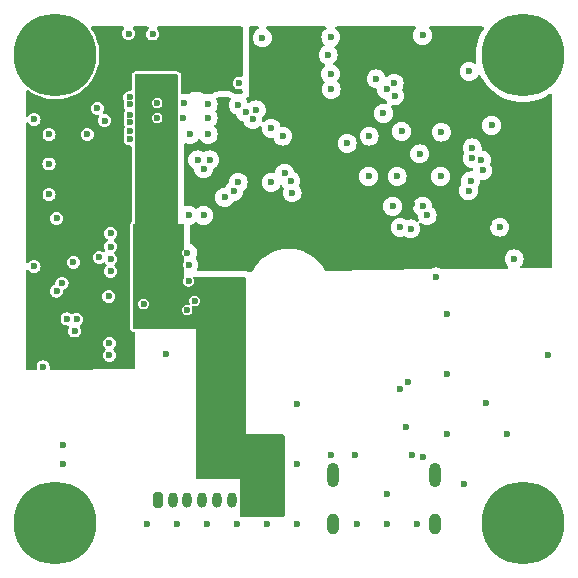
<source format=gbr>
G04 #@! TF.GenerationSoftware,KiCad,Pcbnew,8.0.8*
G04 #@! TF.CreationDate,2025-02-05T10:03:22-05:00*
G04 #@! TF.ProjectId,RW_board,52575f62-6f61-4726-942e-6b696361645f,rev?*
G04 #@! TF.SameCoordinates,Original*
G04 #@! TF.FileFunction,Copper,L3,Inr*
G04 #@! TF.FilePolarity,Positive*
%FSLAX46Y46*%
G04 Gerber Fmt 4.6, Leading zero omitted, Abs format (unit mm)*
G04 Created by KiCad (PCBNEW 8.0.8) date 2025-02-05 10:03:22*
%MOMM*%
%LPD*%
G01*
G04 APERTURE LIST*
G04 Aperture macros list*
%AMRoundRect*
0 Rectangle with rounded corners*
0 $1 Rounding radius*
0 $2 $3 $4 $5 $6 $7 $8 $9 X,Y pos of 4 corners*
0 Add a 4 corners polygon primitive as box body*
4,1,4,$2,$3,$4,$5,$6,$7,$8,$9,$2,$3,0*
0 Add four circle primitives for the rounded corners*
1,1,$1+$1,$2,$3*
1,1,$1+$1,$4,$5*
1,1,$1+$1,$6,$7*
1,1,$1+$1,$8,$9*
0 Add four rect primitives between the rounded corners*
20,1,$1+$1,$2,$3,$4,$5,0*
20,1,$1+$1,$4,$5,$6,$7,0*
20,1,$1+$1,$6,$7,$8,$9,0*
20,1,$1+$1,$8,$9,$2,$3,0*%
G04 Aperture macros list end*
G04 #@! TA.AperFunction,ComponentPad*
%ADD10C,0.800000*%
G04 #@! TD*
G04 #@! TA.AperFunction,ComponentPad*
%ADD11C,7.000000*%
G04 #@! TD*
G04 #@! TA.AperFunction,ComponentPad*
%ADD12RoundRect,0.200000X-0.200000X-0.450000X0.200000X-0.450000X0.200000X0.450000X-0.200000X0.450000X0*%
G04 #@! TD*
G04 #@! TA.AperFunction,ComponentPad*
%ADD13O,0.800000X1.300000*%
G04 #@! TD*
G04 #@! TA.AperFunction,ComponentPad*
%ADD14O,1.000000X2.100000*%
G04 #@! TD*
G04 #@! TA.AperFunction,ComponentPad*
%ADD15O,1.000000X1.800000*%
G04 #@! TD*
G04 #@! TA.AperFunction,ViaPad*
%ADD16C,0.600000*%
G04 #@! TD*
G04 APERTURE END LIST*
D10*
X127556845Y-77772845D03*
X127556845Y-81485155D03*
D11*
X129413000Y-79629000D03*
D10*
X129413000Y-82254000D03*
X131269155Y-77772845D03*
X131269155Y-81485155D03*
X132038000Y-79629000D03*
D12*
X138119000Y-117299000D03*
D13*
X139369000Y-117299000D03*
X140619000Y-117299000D03*
X141869000Y-117299000D03*
X143119000Y-117299000D03*
X144369000Y-117299000D03*
X145619000Y-117299000D03*
X146869000Y-117299000D03*
D10*
X166412000Y-79629000D03*
X167180845Y-77772845D03*
X167180845Y-81485155D03*
D11*
X169037000Y-79629000D03*
D10*
X169037000Y-82254000D03*
X170893155Y-77772845D03*
X170893155Y-81485155D03*
X166412000Y-119253000D03*
X167180845Y-117396845D03*
X167180845Y-121109155D03*
X169037000Y-116628000D03*
D11*
X169037000Y-119253000D03*
D10*
X170893155Y-117396845D03*
X170893155Y-121109155D03*
X127556845Y-117396845D03*
X127556845Y-121109155D03*
X129413000Y-116628000D03*
D11*
X129413000Y-119253000D03*
D10*
X131269155Y-117396845D03*
X131269155Y-121109155D03*
X132038000Y-119253000D03*
D14*
X152906000Y-115200000D03*
X161546000Y-115200000D03*
D15*
X152906000Y-119380000D03*
X161546000Y-119380000D03*
D16*
X131064000Y-102997000D03*
X127621000Y-97536000D03*
X152755600Y-78130400D03*
X142240000Y-119380000D03*
X162052000Y-89916000D03*
X142367000Y-83820000D03*
X140250000Y-85000000D03*
X159131000Y-111125000D03*
X140716000Y-98806000D03*
X152730200Y-81229200D03*
X156591000Y-81661000D03*
X162115500Y-86169500D03*
X171145200Y-105029000D03*
X128894781Y-88863190D03*
X130048000Y-114300000D03*
X136906000Y-100711000D03*
X161671000Y-98425000D03*
X160528000Y-77978000D03*
X149860000Y-119380000D03*
X132994400Y-84150200D03*
X159512000Y-94361000D03*
X138049000Y-84963000D03*
X149860000Y-109220000D03*
X140589000Y-101219000D03*
X139700000Y-119380000D03*
X140716000Y-97409000D03*
X134112000Y-94742000D03*
X128397000Y-106045000D03*
X154140089Y-87122780D03*
X127635000Y-85090000D03*
X140614400Y-96367600D03*
X157480000Y-119380000D03*
X162560000Y-101600000D03*
X164465000Y-81026000D03*
X144780000Y-119380000D03*
X137668000Y-77851000D03*
X146456400Y-84277200D03*
X155956000Y-89916000D03*
X142367000Y-86360000D03*
X141224000Y-100457000D03*
X160274000Y-88011000D03*
X158369000Y-89916000D03*
X147320000Y-119380000D03*
X129540000Y-99618800D03*
X132130800Y-86360000D03*
X167059066Y-94213003D03*
X128905000Y-86360000D03*
X137160000Y-119380000D03*
X166370000Y-85598000D03*
X160020000Y-119380000D03*
X130048000Y-112649000D03*
X134112000Y-95859600D03*
X142367000Y-84963000D03*
X160528000Y-113665000D03*
X154940000Y-119380000D03*
X158750000Y-86106000D03*
X138049000Y-83693000D03*
X152527000Y-79629000D03*
X168275000Y-96901000D03*
X140843000Y-86360000D03*
X164000000Y-115951000D03*
X162560000Y-106680000D03*
X149860000Y-114300000D03*
X167640000Y-111760000D03*
X162560000Y-111760000D03*
X134010400Y-105054400D03*
X135636000Y-77825600D03*
X140335000Y-83693000D03*
X133604000Y-85191600D03*
X157480000Y-116840000D03*
X134112000Y-97942400D03*
X152806400Y-113487200D03*
X145000000Y-82000000D03*
X134112000Y-96926400D03*
X146964400Y-78181200D03*
X136652000Y-89535000D03*
X138811000Y-81788000D03*
X138049000Y-81788000D03*
X136652000Y-90297000D03*
X156006579Y-86514503D03*
X146142000Y-85090000D03*
X147066000Y-79629000D03*
X171200000Y-93726000D03*
X166116000Y-93853000D03*
X160274000Y-97028000D03*
X159623974Y-92274102D03*
X163830000Y-84455000D03*
X149225000Y-83439000D03*
X159004000Y-81280000D03*
X140589000Y-89662000D03*
X155905200Y-87761000D03*
X144526000Y-91186000D03*
X160909000Y-93218000D03*
X149479000Y-91313000D03*
X159639000Y-113538000D03*
X154826000Y-113538000D03*
X157216000Y-84582000D03*
X128905000Y-91440000D03*
X135763000Y-86741000D03*
X135763000Y-86106000D03*
X147701000Y-90424000D03*
X165608000Y-89408000D03*
X164592000Y-90297000D03*
X148844000Y-89662000D03*
X135763000Y-85293200D03*
X135763000Y-84709000D03*
X149352000Y-90297000D03*
X164414557Y-91114559D03*
X144907000Y-90424000D03*
X160528000Y-92456000D03*
X165508118Y-88523520D03*
X147701000Y-85852000D03*
X164719000Y-88392000D03*
X148695368Y-86508632D03*
X145542000Y-84500000D03*
X157988000Y-92456000D03*
X135737600Y-83210400D03*
X135763000Y-83820000D03*
X144915716Y-83871837D03*
X164719000Y-87503000D03*
X158623000Y-94234000D03*
X143764000Y-91694000D03*
X141986000Y-93218000D03*
X141986000Y-89281000D03*
X140716000Y-93218000D03*
X141478000Y-88519000D03*
X142494000Y-88519000D03*
X159258000Y-107315000D03*
X158115000Y-82042000D03*
X158150330Y-83105214D03*
X157480000Y-82550000D03*
X152781000Y-82550000D03*
X130962400Y-97180400D03*
X131247357Y-102023072D03*
X133959600Y-100076000D03*
X134010400Y-104038400D03*
X130429000Y-101981000D03*
X129997200Y-98958400D03*
X133146800Y-96774000D03*
X129540000Y-93472000D03*
X138836400Y-104952800D03*
X165913000Y-109093000D03*
X134874000Y-105156000D03*
X131318000Y-87249000D03*
X142254000Y-81421000D03*
X158623000Y-107950000D03*
G04 #@! TA.AperFunction,Conductor*
G36*
X146626434Y-77240185D02*
G01*
X146672189Y-77292989D01*
X146682133Y-77362147D01*
X146653108Y-77425703D01*
X146620231Y-77450841D01*
X146620774Y-77451706D01*
X146462137Y-77551384D01*
X146334584Y-77678937D01*
X146238611Y-77831676D01*
X146179031Y-78001945D01*
X146179030Y-78001950D01*
X146158835Y-78181196D01*
X146158835Y-78181203D01*
X146179030Y-78360449D01*
X146179031Y-78360454D01*
X146238611Y-78530723D01*
X146287052Y-78607816D01*
X146334584Y-78683462D01*
X146462138Y-78811016D01*
X146614878Y-78906989D01*
X146785145Y-78966568D01*
X146785150Y-78966569D01*
X146964396Y-78986765D01*
X146964400Y-78986765D01*
X146964404Y-78986765D01*
X147143649Y-78966569D01*
X147143652Y-78966568D01*
X147143655Y-78966568D01*
X147313922Y-78906989D01*
X147466662Y-78811016D01*
X147594216Y-78683462D01*
X147690189Y-78530722D01*
X147749768Y-78360455D01*
X147755492Y-78309654D01*
X147769965Y-78181203D01*
X147769965Y-78181196D01*
X147749769Y-78001950D01*
X147749768Y-78001945D01*
X147690188Y-77831676D01*
X147594215Y-77678937D01*
X147466662Y-77551384D01*
X147308026Y-77451706D01*
X147308958Y-77450221D01*
X147263742Y-77409395D01*
X147245431Y-77341968D01*
X147266480Y-77275344D01*
X147320208Y-77230677D01*
X147369405Y-77220500D01*
X152268675Y-77220500D01*
X152335714Y-77240185D01*
X152381469Y-77292989D01*
X152391413Y-77362147D01*
X152362388Y-77425703D01*
X152334647Y-77449494D01*
X152253337Y-77500584D01*
X152125784Y-77628137D01*
X152029811Y-77780876D01*
X151970231Y-77951145D01*
X151970230Y-77951150D01*
X151950035Y-78130396D01*
X151950035Y-78130403D01*
X151970230Y-78309649D01*
X151970231Y-78309654D01*
X152029811Y-78479923D01*
X152125784Y-78632662D01*
X152201932Y-78708810D01*
X152235417Y-78770133D01*
X152230433Y-78839825D01*
X152188561Y-78895758D01*
X152180224Y-78901484D01*
X152024739Y-78999182D01*
X151897184Y-79126737D01*
X151801211Y-79279476D01*
X151741631Y-79449745D01*
X151741630Y-79449750D01*
X151721435Y-79628996D01*
X151721435Y-79629003D01*
X151741630Y-79808249D01*
X151741631Y-79808254D01*
X151801211Y-79978523D01*
X151828273Y-80021591D01*
X151897184Y-80131262D01*
X152024738Y-80258816D01*
X152082848Y-80295329D01*
X152177478Y-80354789D01*
X152216879Y-80368576D01*
X152273655Y-80409297D01*
X152299403Y-80474250D01*
X152285947Y-80542812D01*
X152241902Y-80590609D01*
X152227938Y-80599383D01*
X152100384Y-80726937D01*
X152004411Y-80879676D01*
X151944831Y-81049945D01*
X151944830Y-81049950D01*
X151924635Y-81229196D01*
X151924635Y-81229203D01*
X151944830Y-81408449D01*
X151944831Y-81408454D01*
X152004411Y-81578723D01*
X152100384Y-81731462D01*
X152196240Y-81827318D01*
X152229725Y-81888641D01*
X152224741Y-81958333D01*
X152196242Y-82002678D01*
X152151185Y-82047736D01*
X152151184Y-82047737D01*
X152055211Y-82200476D01*
X151995631Y-82370745D01*
X151995630Y-82370750D01*
X151975435Y-82549996D01*
X151975435Y-82550003D01*
X151995630Y-82729249D01*
X151995631Y-82729254D01*
X152055211Y-82899523D01*
X152092776Y-82959307D01*
X152151184Y-83052262D01*
X152278738Y-83179816D01*
X152363482Y-83233064D01*
X152418104Y-83267386D01*
X152431478Y-83275789D01*
X152553428Y-83318461D01*
X152601745Y-83335368D01*
X152601750Y-83335369D01*
X152780996Y-83355565D01*
X152781000Y-83355565D01*
X152781004Y-83355565D01*
X152960249Y-83335369D01*
X152960252Y-83335368D01*
X152960255Y-83335368D01*
X153130522Y-83275789D01*
X153283262Y-83179816D01*
X153410816Y-83052262D01*
X153506789Y-82899522D01*
X153566368Y-82729255D01*
X153566830Y-82725158D01*
X153586565Y-82550003D01*
X153586565Y-82549996D01*
X153566369Y-82370750D01*
X153566368Y-82370745D01*
X153558942Y-82349522D01*
X153506789Y-82200478D01*
X153410816Y-82047738D01*
X153314959Y-81951881D01*
X153281474Y-81890558D01*
X153286458Y-81820866D01*
X153314959Y-81776519D01*
X153320956Y-81770522D01*
X153360016Y-81731462D01*
X153404293Y-81660996D01*
X155785435Y-81660996D01*
X155785435Y-81661003D01*
X155805630Y-81840249D01*
X155805631Y-81840254D01*
X155865211Y-82010523D01*
X155950833Y-82146789D01*
X155961184Y-82163262D01*
X156088738Y-82290816D01*
X156241478Y-82386789D01*
X156411745Y-82446368D01*
X156411750Y-82446369D01*
X156567720Y-82463942D01*
X156632134Y-82491008D01*
X156671689Y-82548603D01*
X156677057Y-82573278D01*
X156694630Y-82729250D01*
X156694631Y-82729254D01*
X156754211Y-82899523D01*
X156791776Y-82959307D01*
X156850184Y-83052262D01*
X156977738Y-83179816D01*
X157130478Y-83275789D01*
X157300745Y-83335368D01*
X157308711Y-83336265D01*
X157373125Y-83363330D01*
X157411871Y-83418530D01*
X157424540Y-83454734D01*
X157424541Y-83454736D01*
X157520975Y-83608210D01*
X157539975Y-83675447D01*
X157519607Y-83742282D01*
X157466339Y-83787496D01*
X157402098Y-83797402D01*
X157216004Y-83776435D01*
X157215996Y-83776435D01*
X157036750Y-83796630D01*
X157036745Y-83796631D01*
X156866476Y-83856211D01*
X156713737Y-83952184D01*
X156586184Y-84079737D01*
X156490211Y-84232476D01*
X156430631Y-84402745D01*
X156430630Y-84402750D01*
X156410435Y-84581996D01*
X156410435Y-84582003D01*
X156430630Y-84761249D01*
X156430631Y-84761254D01*
X156490211Y-84931523D01*
X156534660Y-85002262D01*
X156586184Y-85084262D01*
X156713738Y-85211816D01*
X156735976Y-85225789D01*
X156863912Y-85306177D01*
X156866478Y-85307789D01*
X157026934Y-85363935D01*
X157036745Y-85367368D01*
X157036750Y-85367369D01*
X157215996Y-85387565D01*
X157216000Y-85387565D01*
X157216004Y-85387565D01*
X157395249Y-85367369D01*
X157395252Y-85367368D01*
X157395255Y-85367368D01*
X157565522Y-85307789D01*
X157718262Y-85211816D01*
X157845816Y-85084262D01*
X157941789Y-84931522D01*
X158001368Y-84761255D01*
X158001369Y-84761249D01*
X158021565Y-84582003D01*
X158021565Y-84581996D01*
X158001369Y-84402750D01*
X158001368Y-84402745D01*
X157981395Y-84345666D01*
X157941789Y-84232478D01*
X157934802Y-84221359D01*
X157845354Y-84079003D01*
X157826354Y-84011767D01*
X157846722Y-83944931D01*
X157899989Y-83899717D01*
X157964232Y-83889811D01*
X158150327Y-83910779D01*
X158150330Y-83910779D01*
X158150334Y-83910779D01*
X158329579Y-83890583D01*
X158329582Y-83890582D01*
X158329585Y-83890582D01*
X158499852Y-83831003D01*
X158652592Y-83735030D01*
X158780146Y-83607476D01*
X158876119Y-83454736D01*
X158935698Y-83284469D01*
X158935699Y-83284463D01*
X158955895Y-83105217D01*
X158955895Y-83105210D01*
X158935699Y-82925964D01*
X158935698Y-82925959D01*
X158876118Y-82755690D01*
X158785495Y-82611465D01*
X158766495Y-82544229D01*
X158785496Y-82479520D01*
X158840788Y-82391524D01*
X158855485Y-82349522D01*
X158900368Y-82221255D01*
X158900369Y-82221249D01*
X158920565Y-82042003D01*
X158920565Y-82041996D01*
X158900369Y-81862750D01*
X158900368Y-81862745D01*
X158889458Y-81831565D01*
X158840789Y-81692478D01*
X158836149Y-81685094D01*
X158744815Y-81539737D01*
X158617262Y-81412184D01*
X158464523Y-81316211D01*
X158294254Y-81256631D01*
X158294249Y-81256630D01*
X158115004Y-81236435D01*
X158114996Y-81236435D01*
X157935750Y-81256630D01*
X157935745Y-81256631D01*
X157765476Y-81316211D01*
X157612737Y-81412184D01*
X157559150Y-81465771D01*
X157497827Y-81499255D01*
X157428135Y-81494270D01*
X157372202Y-81452399D01*
X157354428Y-81419044D01*
X157316788Y-81311476D01*
X157265088Y-81229196D01*
X157220816Y-81158738D01*
X157093262Y-81031184D01*
X156940523Y-80935211D01*
X156770254Y-80875631D01*
X156770249Y-80875630D01*
X156591004Y-80855435D01*
X156590996Y-80855435D01*
X156411750Y-80875630D01*
X156411745Y-80875631D01*
X156241476Y-80935211D01*
X156088737Y-81031184D01*
X155961184Y-81158737D01*
X155865211Y-81311476D01*
X155805631Y-81481745D01*
X155805630Y-81481750D01*
X155785435Y-81660996D01*
X153404293Y-81660996D01*
X153455989Y-81578722D01*
X153515568Y-81408455D01*
X153523256Y-81340220D01*
X153535765Y-81229203D01*
X153535765Y-81229196D01*
X153515569Y-81049950D01*
X153515568Y-81049945D01*
X153475421Y-80935211D01*
X153455989Y-80879678D01*
X153453445Y-80875630D01*
X153360015Y-80726937D01*
X153232462Y-80599384D01*
X153079719Y-80503409D01*
X153040319Y-80489622D01*
X152983543Y-80448900D01*
X152957796Y-80383947D01*
X152971253Y-80315386D01*
X153015300Y-80267588D01*
X153029262Y-80258816D01*
X153156816Y-80131262D01*
X153252789Y-79978522D01*
X153312368Y-79808255D01*
X153332565Y-79629000D01*
X153312368Y-79449745D01*
X153252789Y-79279478D01*
X153156816Y-79126738D01*
X153080667Y-79050589D01*
X153047182Y-78989266D01*
X153052166Y-78919574D01*
X153094038Y-78863641D01*
X153102376Y-78857914D01*
X153105120Y-78856189D01*
X153105122Y-78856189D01*
X153257862Y-78760216D01*
X153385416Y-78632662D01*
X153481389Y-78479922D01*
X153540968Y-78309655D01*
X153555441Y-78181203D01*
X153561165Y-78130403D01*
X153561165Y-78130396D01*
X153540969Y-77951150D01*
X153540968Y-77951145D01*
X153481389Y-77780878D01*
X153385416Y-77628138D01*
X153257862Y-77500584D01*
X153176553Y-77449494D01*
X153130262Y-77397159D01*
X153119614Y-77328105D01*
X153147989Y-77264257D01*
X153206379Y-77225885D01*
X153242525Y-77220500D01*
X159854060Y-77220500D01*
X159921099Y-77240185D01*
X159966854Y-77292989D01*
X159976798Y-77362147D01*
X159947773Y-77425703D01*
X159941741Y-77432181D01*
X159898184Y-77475737D01*
X159802211Y-77628476D01*
X159742631Y-77798745D01*
X159742630Y-77798750D01*
X159722435Y-77977996D01*
X159722435Y-77978003D01*
X159742630Y-78157249D01*
X159742631Y-78157254D01*
X159802211Y-78327523D01*
X159889421Y-78466316D01*
X159898184Y-78480262D01*
X160025738Y-78607816D01*
X160178478Y-78703789D01*
X160339734Y-78760215D01*
X160348745Y-78763368D01*
X160348750Y-78763369D01*
X160527996Y-78783565D01*
X160528000Y-78783565D01*
X160528004Y-78783565D01*
X160707249Y-78763369D01*
X160707252Y-78763368D01*
X160707255Y-78763368D01*
X160877522Y-78703789D01*
X161030262Y-78607816D01*
X161157816Y-78480262D01*
X161253789Y-78327522D01*
X161313368Y-78157255D01*
X161313369Y-78157249D01*
X161333565Y-77978003D01*
X161333565Y-77977996D01*
X161313369Y-77798750D01*
X161313368Y-77798745D01*
X161253788Y-77628476D01*
X161157815Y-77475737D01*
X161114259Y-77432181D01*
X161080774Y-77370858D01*
X161085758Y-77301166D01*
X161127630Y-77245233D01*
X161193094Y-77220816D01*
X161201940Y-77220500D01*
X165597646Y-77220500D01*
X165664685Y-77240185D01*
X165710440Y-77292989D01*
X165720384Y-77362147D01*
X165704004Y-77408249D01*
X165504620Y-77740899D01*
X165336562Y-78096227D01*
X165336561Y-78096229D01*
X165204143Y-78466315D01*
X165108637Y-78847593D01*
X165078526Y-79050589D01*
X165050962Y-79236409D01*
X165031675Y-79629000D01*
X165050962Y-80021591D01*
X165050962Y-80021596D01*
X165050963Y-80021601D01*
X165081301Y-80226127D01*
X165071666Y-80295329D01*
X165026147Y-80348336D01*
X164959196Y-80368320D01*
X164892671Y-80349315D01*
X164814523Y-80300211D01*
X164644254Y-80240631D01*
X164644249Y-80240630D01*
X164465004Y-80220435D01*
X164464996Y-80220435D01*
X164285750Y-80240630D01*
X164285745Y-80240631D01*
X164115476Y-80300211D01*
X163962737Y-80396184D01*
X163835184Y-80523737D01*
X163739211Y-80676476D01*
X163679631Y-80846745D01*
X163679630Y-80846750D01*
X163659435Y-81025996D01*
X163659435Y-81026003D01*
X163679630Y-81205249D01*
X163679631Y-81205254D01*
X163739211Y-81375523D01*
X163828167Y-81517095D01*
X163835184Y-81528262D01*
X163962738Y-81655816D01*
X164115478Y-81751789D01*
X164285745Y-81811368D01*
X164285750Y-81811369D01*
X164464996Y-81831565D01*
X164465000Y-81831565D01*
X164465004Y-81831565D01*
X164644249Y-81811369D01*
X164644252Y-81811368D01*
X164644255Y-81811368D01*
X164814522Y-81751789D01*
X164967262Y-81655816D01*
X165094816Y-81528262D01*
X165190789Y-81375522D01*
X165195902Y-81360910D01*
X165236621Y-81304132D01*
X165301572Y-81278382D01*
X165370135Y-81291835D01*
X165420540Y-81340220D01*
X165425039Y-81348842D01*
X165504614Y-81517089D01*
X165504618Y-81517095D01*
X165504619Y-81517097D01*
X165706694Y-81854239D01*
X165872623Y-82077969D01*
X165940846Y-82169956D01*
X166204807Y-82461192D01*
X166496043Y-82725153D01*
X166496049Y-82725158D01*
X166811761Y-82959306D01*
X166879211Y-82999734D01*
X167148899Y-83161379D01*
X167148902Y-83161380D01*
X167148903Y-83161381D01*
X167504228Y-83329438D01*
X167874316Y-83461857D01*
X168255600Y-83557364D01*
X168644409Y-83615038D01*
X169037000Y-83634325D01*
X169429591Y-83615038D01*
X169818400Y-83557364D01*
X170199684Y-83461857D01*
X170569772Y-83329438D01*
X170925097Y-83161381D01*
X171262239Y-82959306D01*
X171301634Y-82930088D01*
X171367206Y-82905965D01*
X171435412Y-82921121D01*
X171484596Y-82970746D01*
X171499500Y-83029687D01*
X171499500Y-97548794D01*
X171479815Y-97615833D01*
X171427011Y-97661588D01*
X171376953Y-97672785D01*
X168907156Y-97701727D01*
X168839890Y-97682830D01*
X168793520Y-97630566D01*
X168782767Y-97561528D01*
X168811045Y-97497637D01*
X168817998Y-97490079D01*
X168904816Y-97403262D01*
X169000789Y-97250522D01*
X169060368Y-97080255D01*
X169062709Y-97059478D01*
X169080565Y-96901003D01*
X169080565Y-96900996D01*
X169060369Y-96721750D01*
X169060368Y-96721745D01*
X169000788Y-96551476D01*
X168904815Y-96398737D01*
X168777262Y-96271184D01*
X168624523Y-96175211D01*
X168454254Y-96115631D01*
X168454249Y-96115630D01*
X168275004Y-96095435D01*
X168274996Y-96095435D01*
X168095750Y-96115630D01*
X168095745Y-96115631D01*
X167925476Y-96175211D01*
X167772737Y-96271184D01*
X167645184Y-96398737D01*
X167549211Y-96551476D01*
X167489631Y-96721745D01*
X167489630Y-96721750D01*
X167469435Y-96900996D01*
X167469435Y-96901003D01*
X167489630Y-97080249D01*
X167489631Y-97080254D01*
X167549211Y-97250523D01*
X167645184Y-97403262D01*
X167746588Y-97504666D01*
X167780073Y-97565989D01*
X167775089Y-97635681D01*
X167733217Y-97691614D01*
X167667753Y-97716031D01*
X167660360Y-97716338D01*
X162187051Y-97780479D01*
X162119786Y-97761582D01*
X162119626Y-97761482D01*
X162047779Y-97716338D01*
X162020522Y-97699211D01*
X162020520Y-97699210D01*
X162020518Y-97699209D01*
X161850262Y-97639633D01*
X161850249Y-97639630D01*
X161671004Y-97619435D01*
X161670996Y-97619435D01*
X161491750Y-97639630D01*
X161491737Y-97639633D01*
X161321479Y-97699209D01*
X161202812Y-97773772D01*
X161138294Y-97792769D01*
X152330894Y-97895981D01*
X152263629Y-97877084D01*
X152220087Y-97830448D01*
X152163162Y-97723949D01*
X151974810Y-97442061D01*
X151759735Y-97179991D01*
X151759734Y-97179990D01*
X151759730Y-97179985D01*
X151520014Y-96940269D01*
X151257944Y-96725194D01*
X151257943Y-96725193D01*
X151257939Y-96725190D01*
X150976051Y-96536838D01*
X150976046Y-96536835D01*
X150976039Y-96536831D01*
X150677065Y-96377026D01*
X150677060Y-96377024D01*
X150363841Y-96247284D01*
X150126246Y-96175211D01*
X150039414Y-96148871D01*
X150039411Y-96148870D01*
X150039410Y-96148870D01*
X149706901Y-96082729D01*
X149469199Y-96059318D01*
X149369512Y-96049500D01*
X149030488Y-96049500D01*
X148939738Y-96058437D01*
X148693098Y-96082729D01*
X148360589Y-96148870D01*
X148036158Y-96247284D01*
X147722939Y-96377024D01*
X147722934Y-96377026D01*
X147423960Y-96536831D01*
X147423942Y-96536842D01*
X147142069Y-96725184D01*
X147142055Y-96725194D01*
X146879985Y-96940269D01*
X146640269Y-97179985D01*
X146425194Y-97442055D01*
X146425184Y-97442069D01*
X146236842Y-97723942D01*
X146236836Y-97723952D01*
X146140463Y-97904252D01*
X146091500Y-97954096D01*
X146032558Y-97969789D01*
X145724808Y-97973396D01*
X145675903Y-97963966D01*
X145661461Y-97957984D01*
X145661422Y-97957969D01*
X145610419Y-97939977D01*
X145610418Y-97939976D01*
X145610416Y-97939976D01*
X145610414Y-97939975D01*
X145610412Y-97939975D01*
X145525477Y-97927763D01*
X145468000Y-97919500D01*
X145467998Y-97919500D01*
X141560223Y-97919500D01*
X141493184Y-97899815D01*
X141447429Y-97847011D01*
X141437485Y-97777853D01*
X141443181Y-97754546D01*
X141501367Y-97588257D01*
X141501368Y-97588255D01*
X141503877Y-97565989D01*
X141521565Y-97409003D01*
X141521565Y-97408996D01*
X141501369Y-97229750D01*
X141501368Y-97229745D01*
X141441788Y-97059476D01*
X141345815Y-96906737D01*
X141339114Y-96900036D01*
X141305629Y-96838713D01*
X141310613Y-96769021D01*
X141321796Y-96746392D01*
X141340189Y-96717122D01*
X141399768Y-96546855D01*
X141399769Y-96546849D01*
X141419965Y-96367603D01*
X141419965Y-96367596D01*
X141399769Y-96188350D01*
X141399768Y-96188345D01*
X141385955Y-96148870D01*
X141340189Y-96018078D01*
X141244216Y-95865338D01*
X141116662Y-95737784D01*
X140963924Y-95641812D01*
X140963923Y-95641811D01*
X140923544Y-95627682D01*
X140866769Y-95586960D01*
X140841022Y-95522007D01*
X140840500Y-95510641D01*
X140840500Y-94233996D01*
X157817435Y-94233996D01*
X157817435Y-94234003D01*
X157837630Y-94413249D01*
X157837631Y-94413254D01*
X157897211Y-94583523D01*
X157977010Y-94710522D01*
X157993184Y-94736262D01*
X158120738Y-94863816D01*
X158273478Y-94959789D01*
X158362148Y-94990816D01*
X158443745Y-95019368D01*
X158443750Y-95019369D01*
X158622996Y-95039565D01*
X158623000Y-95039565D01*
X158623004Y-95039565D01*
X158802249Y-95019369D01*
X158802251Y-95019368D01*
X158802255Y-95019368D01*
X158802258Y-95019366D01*
X158802262Y-95019366D01*
X158908345Y-94982246D01*
X158978124Y-94978684D01*
X159015270Y-94994292D01*
X159162478Y-95086789D01*
X159332745Y-95146368D01*
X159332750Y-95146369D01*
X159511996Y-95166565D01*
X159512000Y-95166565D01*
X159512004Y-95166565D01*
X159691249Y-95146369D01*
X159691252Y-95146368D01*
X159691255Y-95146368D01*
X159861522Y-95086789D01*
X160014262Y-94990816D01*
X160141816Y-94863262D01*
X160237789Y-94710522D01*
X160297368Y-94540255D01*
X160297369Y-94540249D01*
X160317565Y-94361003D01*
X160317565Y-94360996D01*
X160300890Y-94212999D01*
X166253501Y-94212999D01*
X166253501Y-94213006D01*
X166273696Y-94392252D01*
X166273697Y-94392257D01*
X166333277Y-94562526D01*
X166426270Y-94710522D01*
X166429250Y-94715265D01*
X166556804Y-94842819D01*
X166709544Y-94938792D01*
X166858217Y-94990815D01*
X166879811Y-94998371D01*
X166879816Y-94998372D01*
X167059062Y-95018568D01*
X167059066Y-95018568D01*
X167059070Y-95018568D01*
X167238315Y-94998372D01*
X167238318Y-94998371D01*
X167238321Y-94998371D01*
X167408588Y-94938792D01*
X167561328Y-94842819D01*
X167688882Y-94715265D01*
X167784855Y-94562525D01*
X167844434Y-94392258D01*
X167847956Y-94361000D01*
X167864631Y-94213006D01*
X167864631Y-94212999D01*
X167844435Y-94033753D01*
X167844434Y-94033748D01*
X167812956Y-93943789D01*
X167784855Y-93863481D01*
X167783160Y-93860784D01*
X167707323Y-93740090D01*
X167688882Y-93710741D01*
X167561328Y-93583187D01*
X167442005Y-93508211D01*
X167408589Y-93487214D01*
X167238320Y-93427634D01*
X167238315Y-93427633D01*
X167059070Y-93407438D01*
X167059062Y-93407438D01*
X166879816Y-93427633D01*
X166879811Y-93427634D01*
X166709542Y-93487214D01*
X166556803Y-93583187D01*
X166429250Y-93710740D01*
X166333277Y-93863479D01*
X166273697Y-94033748D01*
X166273696Y-94033753D01*
X166253501Y-94212999D01*
X160300890Y-94212999D01*
X160297369Y-94181750D01*
X160297368Y-94181745D01*
X160235489Y-94004905D01*
X160236913Y-94004406D01*
X160226867Y-93943455D01*
X160254580Y-93879316D01*
X160312569Y-93840342D01*
X160382424Y-93838906D01*
X160415914Y-93853582D01*
X160465082Y-93884476D01*
X160559478Y-93943789D01*
X160713593Y-93997716D01*
X160729745Y-94003368D01*
X160729750Y-94003369D01*
X160908996Y-94023565D01*
X160909000Y-94023565D01*
X160909004Y-94023565D01*
X161088249Y-94003369D01*
X161088252Y-94003368D01*
X161088255Y-94003368D01*
X161258522Y-93943789D01*
X161411262Y-93847816D01*
X161538816Y-93720262D01*
X161634789Y-93567522D01*
X161694368Y-93397255D01*
X161694369Y-93397249D01*
X161714565Y-93218003D01*
X161714565Y-93217996D01*
X161694369Y-93038750D01*
X161694368Y-93038745D01*
X161634788Y-92868476D01*
X161595231Y-92805522D01*
X161538816Y-92715738D01*
X161411262Y-92588184D01*
X161411256Y-92588179D01*
X161390765Y-92575304D01*
X161344474Y-92522970D01*
X161334594Y-92462964D01*
X161333565Y-92462964D01*
X161333565Y-92456715D01*
X161333517Y-92456424D01*
X161333565Y-92456003D01*
X161333565Y-92456000D01*
X161332882Y-92449941D01*
X161313369Y-92276750D01*
X161313368Y-92276745D01*
X161253788Y-92106476D01*
X161211257Y-92038789D01*
X161157816Y-91953738D01*
X161030262Y-91826184D01*
X160877523Y-91730211D01*
X160707254Y-91670631D01*
X160707249Y-91670630D01*
X160528004Y-91650435D01*
X160527996Y-91650435D01*
X160348750Y-91670630D01*
X160348745Y-91670631D01*
X160178476Y-91730211D01*
X160025737Y-91826184D01*
X159898184Y-91953737D01*
X159802211Y-92106476D01*
X159742631Y-92276745D01*
X159742630Y-92276750D01*
X159722435Y-92455996D01*
X159722435Y-92456003D01*
X159742630Y-92635249D01*
X159742631Y-92635254D01*
X159802211Y-92805523D01*
X159898184Y-92958262D01*
X160025740Y-93085818D01*
X160046233Y-93098694D01*
X160092525Y-93151028D01*
X160102410Y-93211037D01*
X160103435Y-93211037D01*
X160103435Y-93217256D01*
X160103484Y-93217554D01*
X160103435Y-93217989D01*
X160103435Y-93218003D01*
X160123630Y-93397249D01*
X160123631Y-93397254D01*
X160185511Y-93574095D01*
X160184087Y-93574593D01*
X160194130Y-93635553D01*
X160166413Y-93699690D01*
X160108420Y-93738660D01*
X160038565Y-93740090D01*
X160005085Y-93725417D01*
X159861523Y-93635211D01*
X159691254Y-93575631D01*
X159691249Y-93575630D01*
X159512004Y-93555435D01*
X159511996Y-93555435D01*
X159332750Y-93575630D01*
X159332742Y-93575632D01*
X159226653Y-93612754D01*
X159156874Y-93616315D01*
X159119727Y-93600706D01*
X158972523Y-93508211D01*
X158802254Y-93448631D01*
X158802249Y-93448630D01*
X158623004Y-93428435D01*
X158622996Y-93428435D01*
X158443750Y-93448630D01*
X158443745Y-93448631D01*
X158273476Y-93508211D01*
X158120737Y-93604184D01*
X157993184Y-93731737D01*
X157897211Y-93884476D01*
X157837631Y-94054745D01*
X157837630Y-94054750D01*
X157817435Y-94233996D01*
X140840500Y-94233996D01*
X140840500Y-94110510D01*
X140860185Y-94043471D01*
X140912989Y-93997716D01*
X140923535Y-93993472D01*
X141065522Y-93943789D01*
X141218262Y-93847816D01*
X141263319Y-93802759D01*
X141324642Y-93769274D01*
X141394334Y-93774258D01*
X141438681Y-93802759D01*
X141483738Y-93847816D01*
X141636478Y-93943789D01*
X141790593Y-93997716D01*
X141806745Y-94003368D01*
X141806750Y-94003369D01*
X141985996Y-94023565D01*
X141986000Y-94023565D01*
X141986004Y-94023565D01*
X142165249Y-94003369D01*
X142165252Y-94003368D01*
X142165255Y-94003368D01*
X142335522Y-93943789D01*
X142488262Y-93847816D01*
X142615816Y-93720262D01*
X142711789Y-93567522D01*
X142771368Y-93397255D01*
X142771369Y-93397249D01*
X142791565Y-93218003D01*
X142791565Y-93217996D01*
X142771369Y-93038750D01*
X142771368Y-93038745D01*
X142711788Y-92868476D01*
X142672231Y-92805522D01*
X142615816Y-92715738D01*
X142488262Y-92588184D01*
X142467764Y-92575304D01*
X142335523Y-92492211D01*
X142165254Y-92432631D01*
X142165249Y-92432630D01*
X141986004Y-92412435D01*
X141985996Y-92412435D01*
X141806750Y-92432630D01*
X141806745Y-92432631D01*
X141636476Y-92492211D01*
X141483737Y-92588184D01*
X141438680Y-92633241D01*
X141377357Y-92666725D01*
X141307665Y-92661740D01*
X141263320Y-92633241D01*
X141218263Y-92588185D01*
X141218262Y-92588184D01*
X141065523Y-92492211D01*
X140895254Y-92432631D01*
X140895249Y-92432630D01*
X140716004Y-92412435D01*
X140715996Y-92412435D01*
X140536750Y-92432630D01*
X140536742Y-92432632D01*
X140497454Y-92446380D01*
X140427675Y-92449941D01*
X140367048Y-92415212D01*
X140334821Y-92353219D01*
X140332500Y-92329338D01*
X140332500Y-91693996D01*
X142958435Y-91693996D01*
X142958435Y-91694003D01*
X142978630Y-91873249D01*
X142978631Y-91873254D01*
X143038211Y-92043523D01*
X143134184Y-92196262D01*
X143261738Y-92323816D01*
X143308533Y-92353219D01*
X143407193Y-92415212D01*
X143414478Y-92419789D01*
X143537865Y-92462964D01*
X143584745Y-92479368D01*
X143584750Y-92479369D01*
X143763996Y-92499565D01*
X143764000Y-92499565D01*
X143764004Y-92499565D01*
X143943249Y-92479369D01*
X143943252Y-92479368D01*
X143943255Y-92479368D01*
X144010048Y-92455996D01*
X157182435Y-92455996D01*
X157182435Y-92456003D01*
X157202630Y-92635249D01*
X157202631Y-92635254D01*
X157262211Y-92805523D01*
X157301769Y-92868478D01*
X157358184Y-92958262D01*
X157485738Y-93085816D01*
X157638478Y-93181789D01*
X157741932Y-93217989D01*
X157808745Y-93241368D01*
X157808750Y-93241369D01*
X157987996Y-93261565D01*
X157988000Y-93261565D01*
X157988004Y-93261565D01*
X158167249Y-93241369D01*
X158167252Y-93241368D01*
X158167255Y-93241368D01*
X158337522Y-93181789D01*
X158490262Y-93085816D01*
X158617816Y-92958262D01*
X158713789Y-92805522D01*
X158773368Y-92635255D01*
X158773595Y-92633241D01*
X158793565Y-92456003D01*
X158793565Y-92455996D01*
X158773369Y-92276750D01*
X158773368Y-92276745D01*
X158713788Y-92106476D01*
X158671257Y-92038789D01*
X158617816Y-91953738D01*
X158490262Y-91826184D01*
X158337523Y-91730211D01*
X158167254Y-91670631D01*
X158167249Y-91670630D01*
X157988004Y-91650435D01*
X157987996Y-91650435D01*
X157808750Y-91670630D01*
X157808745Y-91670631D01*
X157638476Y-91730211D01*
X157485737Y-91826184D01*
X157358184Y-91953737D01*
X157262211Y-92106476D01*
X157202631Y-92276745D01*
X157202630Y-92276750D01*
X157182435Y-92455996D01*
X144010048Y-92455996D01*
X144113522Y-92419789D01*
X144266262Y-92323816D01*
X144393816Y-92196262D01*
X144489789Y-92043522D01*
X144489790Y-92043518D01*
X144490393Y-92042559D01*
X144542727Y-91996268D01*
X144581502Y-91985311D01*
X144627611Y-91980116D01*
X144705250Y-91971369D01*
X144705253Y-91971368D01*
X144705255Y-91971368D01*
X144875522Y-91911789D01*
X145028262Y-91815816D01*
X145155816Y-91688262D01*
X145251789Y-91535522D01*
X145311368Y-91365255D01*
X145313709Y-91344478D01*
X145331565Y-91186003D01*
X145331565Y-91185998D01*
X145331517Y-91185573D01*
X145331565Y-91185298D01*
X145331565Y-91179036D01*
X145332662Y-91179036D01*
X145343571Y-91116751D01*
X145388765Y-91066694D01*
X145409262Y-91053816D01*
X145536816Y-90926262D01*
X145632789Y-90773522D01*
X145692368Y-90603255D01*
X145699123Y-90543302D01*
X145712565Y-90424003D01*
X145712565Y-90423996D01*
X146895435Y-90423996D01*
X146895435Y-90424003D01*
X146915630Y-90603249D01*
X146915631Y-90603254D01*
X146975211Y-90773523D01*
X147026098Y-90854508D01*
X147071184Y-90926262D01*
X147198738Y-91053816D01*
X147351478Y-91149789D01*
X147521745Y-91209368D01*
X147521750Y-91209369D01*
X147700996Y-91229565D01*
X147701000Y-91229565D01*
X147701004Y-91229565D01*
X147880249Y-91209369D01*
X147880252Y-91209368D01*
X147880255Y-91209368D01*
X148050522Y-91149789D01*
X148203262Y-91053816D01*
X148330816Y-90926262D01*
X148426789Y-90773522D01*
X148441621Y-90731135D01*
X148482343Y-90674359D01*
X148547295Y-90648611D01*
X148615857Y-90662067D01*
X148663657Y-90706117D01*
X148722184Y-90799262D01*
X148734682Y-90811760D01*
X148768167Y-90873083D01*
X148763183Y-90942775D01*
X148756086Y-90957136D01*
X148756231Y-90957206D01*
X148753210Y-90963478D01*
X148693633Y-91133737D01*
X148693630Y-91133750D01*
X148673435Y-91312996D01*
X148673435Y-91313003D01*
X148693630Y-91492249D01*
X148693631Y-91492254D01*
X148753211Y-91662523D01*
X148849184Y-91815262D01*
X148976738Y-91942816D01*
X149129478Y-92038789D01*
X149299745Y-92098368D01*
X149299750Y-92098369D01*
X149478996Y-92118565D01*
X149479000Y-92118565D01*
X149479004Y-92118565D01*
X149658249Y-92098369D01*
X149658252Y-92098368D01*
X149658255Y-92098368D01*
X149828522Y-92038789D01*
X149981262Y-91942816D01*
X150108816Y-91815262D01*
X150204789Y-91662522D01*
X150264368Y-91492255D01*
X150264369Y-91492249D01*
X150284565Y-91313003D01*
X150284565Y-91312996D01*
X150264369Y-91133750D01*
X150264368Y-91133745D01*
X150257656Y-91114562D01*
X150257654Y-91114555D01*
X163608992Y-91114555D01*
X163608992Y-91114562D01*
X163629187Y-91293808D01*
X163629188Y-91293813D01*
X163688768Y-91464082D01*
X163720602Y-91514745D01*
X163784741Y-91616821D01*
X163912295Y-91744375D01*
X164002637Y-91801141D01*
X164025992Y-91815816D01*
X164065035Y-91840348D01*
X164159061Y-91873249D01*
X164235302Y-91899927D01*
X164235307Y-91899928D01*
X164414553Y-91920124D01*
X164414557Y-91920124D01*
X164414561Y-91920124D01*
X164593806Y-91899928D01*
X164593809Y-91899927D01*
X164593812Y-91899927D01*
X164764079Y-91840348D01*
X164916819Y-91744375D01*
X165044373Y-91616821D01*
X165140346Y-91464081D01*
X165199925Y-91293814D01*
X165211426Y-91191738D01*
X165220122Y-91114562D01*
X165220122Y-91114555D01*
X165199926Y-90935309D01*
X165199925Y-90935307D01*
X165199925Y-90935304D01*
X165196068Y-90924284D01*
X165192506Y-90854508D01*
X165219479Y-90806304D01*
X165217475Y-90804706D01*
X165221815Y-90799263D01*
X165237990Y-90773522D01*
X165317789Y-90646522D01*
X165377368Y-90476255D01*
X165383256Y-90424003D01*
X165395602Y-90314419D01*
X165422668Y-90250005D01*
X165480263Y-90210450D01*
X165532705Y-90205082D01*
X165607996Y-90213565D01*
X165608000Y-90213565D01*
X165608004Y-90213565D01*
X165787249Y-90193369D01*
X165787252Y-90193368D01*
X165787255Y-90193368D01*
X165957522Y-90133789D01*
X166110262Y-90037816D01*
X166237816Y-89910262D01*
X166333789Y-89757522D01*
X166393368Y-89587255D01*
X166395709Y-89566478D01*
X166413565Y-89408003D01*
X166413565Y-89407996D01*
X166393369Y-89228750D01*
X166393368Y-89228745D01*
X166369221Y-89159737D01*
X166333789Y-89058478D01*
X166317267Y-89032184D01*
X166259727Y-88940609D01*
X166240727Y-88873372D01*
X166247680Y-88833682D01*
X166293484Y-88702782D01*
X166293487Y-88702769D01*
X166313683Y-88523523D01*
X166313683Y-88523516D01*
X166293487Y-88344270D01*
X166293486Y-88344265D01*
X166247462Y-88212737D01*
X166233907Y-88173998D01*
X166137934Y-88021258D01*
X166010380Y-87893704D01*
X165857641Y-87797731D01*
X165687372Y-87738151D01*
X165687368Y-87738150D01*
X165623663Y-87730973D01*
X165559249Y-87703906D01*
X165519694Y-87646312D01*
X165514327Y-87593870D01*
X165524565Y-87503003D01*
X165524565Y-87502996D01*
X165504369Y-87323750D01*
X165504368Y-87323745D01*
X165490884Y-87285211D01*
X165444789Y-87153478D01*
X165439033Y-87144318D01*
X165402257Y-87085789D01*
X165348816Y-87000738D01*
X165221262Y-86873184D01*
X165197342Y-86858154D01*
X165068523Y-86777211D01*
X164898254Y-86717631D01*
X164898249Y-86717630D01*
X164719004Y-86697435D01*
X164718996Y-86697435D01*
X164539750Y-86717630D01*
X164539745Y-86717631D01*
X164369476Y-86777211D01*
X164216737Y-86873184D01*
X164089184Y-87000737D01*
X163993211Y-87153476D01*
X163933631Y-87323745D01*
X163933630Y-87323750D01*
X163913435Y-87502996D01*
X163913435Y-87503003D01*
X163933630Y-87682249D01*
X163933633Y-87682262D01*
X163993209Y-87852519D01*
X164011437Y-87881530D01*
X164030436Y-87948767D01*
X164011437Y-88013470D01*
X163993209Y-88042480D01*
X163933633Y-88212737D01*
X163933630Y-88212750D01*
X163913435Y-88391996D01*
X163913435Y-88392003D01*
X163933630Y-88571249D01*
X163933631Y-88571254D01*
X163993211Y-88741523D01*
X164076058Y-88873372D01*
X164089184Y-88894262D01*
X164216738Y-89021816D01*
X164369478Y-89117789D01*
X164539745Y-89177368D01*
X164539749Y-89177369D01*
X164636625Y-89188283D01*
X164701582Y-89195602D01*
X164765995Y-89222668D01*
X164805550Y-89280263D01*
X164810918Y-89332705D01*
X164804397Y-89390581D01*
X164777331Y-89454995D01*
X164719736Y-89494551D01*
X164667294Y-89499918D01*
X164592004Y-89491435D01*
X164591996Y-89491435D01*
X164412750Y-89511630D01*
X164412745Y-89511631D01*
X164242476Y-89571211D01*
X164089737Y-89667184D01*
X163962184Y-89794737D01*
X163866211Y-89947476D01*
X163806631Y-90117745D01*
X163806630Y-90117750D01*
X163786435Y-90296996D01*
X163786435Y-90297003D01*
X163806631Y-90476252D01*
X163810488Y-90487275D01*
X163814049Y-90557054D01*
X163787092Y-90605267D01*
X163789082Y-90606854D01*
X163784741Y-90612297D01*
X163688768Y-90765035D01*
X163629188Y-90935304D01*
X163629187Y-90935309D01*
X163608992Y-91114555D01*
X150257654Y-91114555D01*
X150204789Y-90963478D01*
X150191780Y-90942775D01*
X150147990Y-90873083D01*
X150108816Y-90810738D01*
X150096318Y-90798240D01*
X150062833Y-90736917D01*
X150067817Y-90667225D01*
X150074914Y-90652864D01*
X150074769Y-90652795D01*
X150077786Y-90646529D01*
X150077787Y-90646523D01*
X150077789Y-90646522D01*
X150137368Y-90476255D01*
X150143206Y-90424440D01*
X150157565Y-90297003D01*
X150157565Y-90296996D01*
X150137369Y-90117750D01*
X150137368Y-90117745D01*
X150122228Y-90074478D01*
X150077789Y-89947478D01*
X150061615Y-89921738D01*
X150058007Y-89915996D01*
X155150435Y-89915996D01*
X155150435Y-89916003D01*
X155170630Y-90095249D01*
X155170631Y-90095254D01*
X155230211Y-90265523D01*
X155260935Y-90314419D01*
X155326184Y-90418262D01*
X155453738Y-90545816D01*
X155606478Y-90641789D01*
X155776745Y-90701368D01*
X155776750Y-90701369D01*
X155955996Y-90721565D01*
X155956000Y-90721565D01*
X155956004Y-90721565D01*
X156135249Y-90701369D01*
X156135252Y-90701368D01*
X156135255Y-90701368D01*
X156305522Y-90641789D01*
X156458262Y-90545816D01*
X156585816Y-90418262D01*
X156681789Y-90265522D01*
X156741368Y-90095255D01*
X156743709Y-90074478D01*
X156761565Y-89916003D01*
X156761565Y-89915996D01*
X157563435Y-89915996D01*
X157563435Y-89916003D01*
X157583630Y-90095249D01*
X157583631Y-90095254D01*
X157643211Y-90265523D01*
X157673935Y-90314419D01*
X157739184Y-90418262D01*
X157866738Y-90545816D01*
X158019478Y-90641789D01*
X158189745Y-90701368D01*
X158189750Y-90701369D01*
X158368996Y-90721565D01*
X158369000Y-90721565D01*
X158369004Y-90721565D01*
X158548249Y-90701369D01*
X158548252Y-90701368D01*
X158548255Y-90701368D01*
X158718522Y-90641789D01*
X158871262Y-90545816D01*
X158998816Y-90418262D01*
X159094789Y-90265522D01*
X159154368Y-90095255D01*
X159156709Y-90074478D01*
X159174565Y-89916003D01*
X159174565Y-89915996D01*
X161246435Y-89915996D01*
X161246435Y-89916003D01*
X161266630Y-90095249D01*
X161266631Y-90095254D01*
X161326211Y-90265523D01*
X161356935Y-90314419D01*
X161422184Y-90418262D01*
X161549738Y-90545816D01*
X161702478Y-90641789D01*
X161872745Y-90701368D01*
X161872750Y-90701369D01*
X162051996Y-90721565D01*
X162052000Y-90721565D01*
X162052004Y-90721565D01*
X162231249Y-90701369D01*
X162231252Y-90701368D01*
X162231255Y-90701368D01*
X162401522Y-90641789D01*
X162554262Y-90545816D01*
X162681816Y-90418262D01*
X162777789Y-90265522D01*
X162837368Y-90095255D01*
X162839709Y-90074478D01*
X162857565Y-89916003D01*
X162857565Y-89915996D01*
X162837369Y-89736750D01*
X162837368Y-89736745D01*
X162822864Y-89695294D01*
X162777789Y-89566478D01*
X162766528Y-89548557D01*
X162726512Y-89484871D01*
X162681816Y-89413738D01*
X162554262Y-89286184D01*
X162489344Y-89245393D01*
X162401523Y-89190211D01*
X162231254Y-89130631D01*
X162231249Y-89130630D01*
X162052004Y-89110435D01*
X162051996Y-89110435D01*
X161872750Y-89130630D01*
X161872745Y-89130631D01*
X161702476Y-89190211D01*
X161549737Y-89286184D01*
X161422184Y-89413737D01*
X161326211Y-89566476D01*
X161266631Y-89736745D01*
X161266630Y-89736750D01*
X161246435Y-89915996D01*
X159174565Y-89915996D01*
X159154369Y-89736750D01*
X159154368Y-89736745D01*
X159139864Y-89695294D01*
X159094789Y-89566478D01*
X159083528Y-89548557D01*
X159043512Y-89484871D01*
X158998816Y-89413738D01*
X158871262Y-89286184D01*
X158806344Y-89245393D01*
X158718523Y-89190211D01*
X158548254Y-89130631D01*
X158548249Y-89130630D01*
X158369004Y-89110435D01*
X158368996Y-89110435D01*
X158189750Y-89130630D01*
X158189745Y-89130631D01*
X158019476Y-89190211D01*
X157866737Y-89286184D01*
X157739184Y-89413737D01*
X157643211Y-89566476D01*
X157583631Y-89736745D01*
X157583630Y-89736750D01*
X157563435Y-89915996D01*
X156761565Y-89915996D01*
X156741369Y-89736750D01*
X156741368Y-89736745D01*
X156726864Y-89695294D01*
X156681789Y-89566478D01*
X156670528Y-89548557D01*
X156630512Y-89484871D01*
X156585816Y-89413738D01*
X156458262Y-89286184D01*
X156393344Y-89245393D01*
X156305523Y-89190211D01*
X156135254Y-89130631D01*
X156135249Y-89130630D01*
X155956004Y-89110435D01*
X155955996Y-89110435D01*
X155776750Y-89130630D01*
X155776745Y-89130631D01*
X155606476Y-89190211D01*
X155453737Y-89286184D01*
X155326184Y-89413737D01*
X155230211Y-89566476D01*
X155170631Y-89736745D01*
X155170630Y-89736750D01*
X155150435Y-89915996D01*
X150058007Y-89915996D01*
X149981815Y-89794737D01*
X149854262Y-89667184D01*
X149814537Y-89642223D01*
X149701522Y-89571211D01*
X149701519Y-89571210D01*
X149701516Y-89571208D01*
X149696936Y-89569002D01*
X149645080Y-89522176D01*
X149629853Y-89484871D01*
X149629368Y-89482749D01*
X149629368Y-89482745D01*
X149569789Y-89312478D01*
X149553267Y-89286184D01*
X149517176Y-89228745D01*
X149473816Y-89159738D01*
X149346262Y-89032184D01*
X149193523Y-88936211D01*
X149023254Y-88876631D01*
X149023249Y-88876630D01*
X148844004Y-88856435D01*
X148843996Y-88856435D01*
X148664750Y-88876630D01*
X148664745Y-88876631D01*
X148494476Y-88936211D01*
X148341737Y-89032184D01*
X148214184Y-89159737D01*
X148118211Y-89312476D01*
X148058631Y-89482745D01*
X148058630Y-89482749D01*
X148052377Y-89538254D01*
X148025310Y-89602668D01*
X147967716Y-89642223D01*
X147897879Y-89644360D01*
X147888208Y-89641413D01*
X147880266Y-89638634D01*
X147880249Y-89638630D01*
X147701004Y-89618435D01*
X147700996Y-89618435D01*
X147521750Y-89638630D01*
X147521745Y-89638631D01*
X147351476Y-89698211D01*
X147198737Y-89794184D01*
X147071184Y-89921737D01*
X146975211Y-90074476D01*
X146915631Y-90244745D01*
X146915630Y-90244750D01*
X146895435Y-90423996D01*
X145712565Y-90423996D01*
X145692369Y-90244750D01*
X145692368Y-90244745D01*
X145674390Y-90193368D01*
X145632789Y-90074478D01*
X145536816Y-89921738D01*
X145409262Y-89794184D01*
X145391880Y-89783262D01*
X145256523Y-89698211D01*
X145086254Y-89638631D01*
X145086249Y-89638630D01*
X144907004Y-89618435D01*
X144906996Y-89618435D01*
X144727750Y-89638630D01*
X144727745Y-89638631D01*
X144557476Y-89698211D01*
X144404737Y-89794184D01*
X144277184Y-89921737D01*
X144181211Y-90074476D01*
X144121631Y-90244745D01*
X144121630Y-90244750D01*
X144101435Y-90423996D01*
X144101435Y-90424004D01*
X144101484Y-90424440D01*
X144101435Y-90424719D01*
X144101435Y-90430963D01*
X144100341Y-90430963D01*
X144089422Y-90493260D01*
X144044237Y-90543302D01*
X144023740Y-90556181D01*
X143896184Y-90683737D01*
X143866402Y-90731135D01*
X143815743Y-90811760D01*
X143799607Y-90837440D01*
X143747272Y-90883731D01*
X143708497Y-90894688D01*
X143584749Y-90908630D01*
X143584745Y-90908631D01*
X143414476Y-90968211D01*
X143261737Y-91064184D01*
X143134184Y-91191737D01*
X143038211Y-91344476D01*
X142978631Y-91514745D01*
X142978630Y-91514750D01*
X142958435Y-91693996D01*
X140332500Y-91693996D01*
X140332500Y-88518996D01*
X140672435Y-88518996D01*
X140672435Y-88519003D01*
X140692630Y-88698249D01*
X140692631Y-88698254D01*
X140752211Y-88868523D01*
X140775595Y-88905738D01*
X140848184Y-89021262D01*
X140975738Y-89148816D01*
X141128478Y-89244789D01*
X141128479Y-89244789D01*
X141129440Y-89245393D01*
X141175731Y-89297728D01*
X141186688Y-89336503D01*
X141200630Y-89460250D01*
X141200631Y-89460254D01*
X141260211Y-89630523D01*
X141340010Y-89757522D01*
X141356184Y-89783262D01*
X141483738Y-89910816D01*
X141636478Y-90006789D01*
X141725148Y-90037816D01*
X141806745Y-90066368D01*
X141806750Y-90066369D01*
X141985996Y-90086565D01*
X141986000Y-90086565D01*
X141986004Y-90086565D01*
X142165249Y-90066369D01*
X142165252Y-90066368D01*
X142165255Y-90066368D01*
X142335522Y-90006789D01*
X142488262Y-89910816D01*
X142615816Y-89783262D01*
X142711789Y-89630522D01*
X142771368Y-89460255D01*
X142785311Y-89336503D01*
X142812377Y-89272090D01*
X142842559Y-89245393D01*
X142843518Y-89244790D01*
X142843522Y-89244789D01*
X142996262Y-89148816D01*
X143123816Y-89021262D01*
X143219789Y-88868522D01*
X143279368Y-88698255D01*
X143285840Y-88640815D01*
X143299565Y-88519003D01*
X143299565Y-88518996D01*
X143279369Y-88339750D01*
X143279368Y-88339745D01*
X143219789Y-88169478D01*
X143123816Y-88016738D01*
X143118074Y-88010996D01*
X159468435Y-88010996D01*
X159468435Y-88011003D01*
X159488630Y-88190249D01*
X159488631Y-88190254D01*
X159548211Y-88360523D01*
X159644184Y-88513262D01*
X159771738Y-88640816D01*
X159862080Y-88697582D01*
X159870335Y-88702769D01*
X159924478Y-88736789D01*
X160094745Y-88796368D01*
X160094750Y-88796369D01*
X160273996Y-88816565D01*
X160274000Y-88816565D01*
X160274004Y-88816565D01*
X160453249Y-88796369D01*
X160453252Y-88796368D01*
X160453255Y-88796368D01*
X160623522Y-88736789D01*
X160776262Y-88640816D01*
X160903816Y-88513262D01*
X160999789Y-88360522D01*
X161059368Y-88190255D01*
X161061709Y-88169478D01*
X161079565Y-88011003D01*
X161079565Y-88010996D01*
X161059369Y-87831750D01*
X161059368Y-87831745D01*
X161045884Y-87793211D01*
X160999789Y-87661478D01*
X160903816Y-87508738D01*
X160776262Y-87381184D01*
X160623523Y-87285211D01*
X160453254Y-87225631D01*
X160453249Y-87225630D01*
X160274004Y-87205435D01*
X160273996Y-87205435D01*
X160094750Y-87225630D01*
X160094745Y-87225631D01*
X159924476Y-87285211D01*
X159771737Y-87381184D01*
X159644184Y-87508737D01*
X159548211Y-87661476D01*
X159488631Y-87831745D01*
X159488630Y-87831750D01*
X159468435Y-88010996D01*
X143118074Y-88010996D01*
X142996262Y-87889184D01*
X142937910Y-87852519D01*
X142843523Y-87793211D01*
X142673254Y-87733631D01*
X142673249Y-87733630D01*
X142494004Y-87713435D01*
X142493996Y-87713435D01*
X142314750Y-87733630D01*
X142314745Y-87733631D01*
X142144476Y-87793211D01*
X142051972Y-87851336D01*
X141984735Y-87870336D01*
X141920028Y-87851336D01*
X141827523Y-87793211D01*
X141657254Y-87733631D01*
X141657249Y-87733630D01*
X141478004Y-87713435D01*
X141477996Y-87713435D01*
X141298750Y-87733630D01*
X141298745Y-87733631D01*
X141128476Y-87793211D01*
X140975737Y-87889184D01*
X140848184Y-88016737D01*
X140752211Y-88169476D01*
X140692631Y-88339745D01*
X140692630Y-88339750D01*
X140672435Y-88518996D01*
X140332500Y-88518996D01*
X140332500Y-87204222D01*
X140352185Y-87137183D01*
X140404989Y-87091428D01*
X140474147Y-87081484D01*
X140497455Y-87087181D01*
X140663737Y-87145366D01*
X140663743Y-87145367D01*
X140663745Y-87145368D01*
X140663746Y-87145368D01*
X140663750Y-87145369D01*
X140842996Y-87165565D01*
X140843000Y-87165565D01*
X140843004Y-87165565D01*
X141022249Y-87145369D01*
X141022252Y-87145368D01*
X141022255Y-87145368D01*
X141192522Y-87085789D01*
X141345262Y-86989816D01*
X141472816Y-86862262D01*
X141500006Y-86818988D01*
X141552341Y-86772698D01*
X141621394Y-86762050D01*
X141685243Y-86790425D01*
X141709993Y-86818987D01*
X141737184Y-86862262D01*
X141864738Y-86989816D01*
X141907627Y-87016765D01*
X142010626Y-87081484D01*
X142017478Y-87085789D01*
X142123201Y-87122783D01*
X142187745Y-87145368D01*
X142187750Y-87145369D01*
X142366996Y-87165565D01*
X142367000Y-87165565D01*
X142367004Y-87165565D01*
X142546249Y-87145369D01*
X142546252Y-87145368D01*
X142546255Y-87145368D01*
X142716522Y-87085789D01*
X142869262Y-86989816D01*
X142996816Y-86862262D01*
X143092789Y-86709522D01*
X143152368Y-86539255D01*
X143155157Y-86514503D01*
X143172565Y-86360003D01*
X143172565Y-86359996D01*
X143152369Y-86180750D01*
X143152368Y-86180745D01*
X143126215Y-86106003D01*
X143092789Y-86010478D01*
X142996816Y-85857738D01*
X142888259Y-85749181D01*
X142854774Y-85687858D01*
X142859758Y-85618166D01*
X142888259Y-85573819D01*
X142922394Y-85539684D01*
X142996816Y-85465262D01*
X143092789Y-85312522D01*
X143152368Y-85142255D01*
X143157609Y-85095738D01*
X143172565Y-84963003D01*
X143172565Y-84962996D01*
X143152369Y-84783750D01*
X143152368Y-84783745D01*
X143092788Y-84613475D01*
X143020064Y-84497737D01*
X142996816Y-84460738D01*
X142996814Y-84460736D01*
X142994764Y-84457473D01*
X142975763Y-84390236D01*
X142994764Y-84325527D01*
X143092788Y-84169524D01*
X143121916Y-84086281D01*
X143152368Y-83999255D01*
X143152369Y-83999249D01*
X143172565Y-83820003D01*
X143172565Y-83819996D01*
X143152369Y-83640750D01*
X143152368Y-83640745D01*
X143092788Y-83470475D01*
X143062977Y-83423032D01*
X143043976Y-83355795D01*
X143064343Y-83288960D01*
X143117611Y-83243745D01*
X143166897Y-83233064D01*
X144151585Y-83224575D01*
X144218789Y-83243681D01*
X144264997Y-83296088D01*
X144275536Y-83365158D01*
X144257645Y-83414542D01*
X144189927Y-83522313D01*
X144130347Y-83692582D01*
X144130346Y-83692587D01*
X144110151Y-83871833D01*
X144110151Y-83871840D01*
X144130346Y-84051086D01*
X144130347Y-84051091D01*
X144189927Y-84221360D01*
X144253677Y-84322816D01*
X144285900Y-84374099D01*
X144413454Y-84501653D01*
X144566194Y-84597626D01*
X144649348Y-84626723D01*
X144694288Y-84642448D01*
X144751064Y-84683170D01*
X144770375Y-84718535D01*
X144816209Y-84849519D01*
X144887514Y-84963000D01*
X144912184Y-85002262D01*
X145039738Y-85129816D01*
X145046965Y-85134357D01*
X145186740Y-85222184D01*
X145192478Y-85225789D01*
X145305840Y-85265455D01*
X145362615Y-85306177D01*
X145381925Y-85341541D01*
X145384794Y-85349738D01*
X145416210Y-85439521D01*
X145416212Y-85439524D01*
X145439247Y-85476184D01*
X145512184Y-85592262D01*
X145639738Y-85719816D01*
X145792478Y-85815789D01*
X145912367Y-85857740D01*
X145962745Y-85875368D01*
X145962750Y-85875369D01*
X146141996Y-85895565D01*
X146142000Y-85895565D01*
X146142004Y-85895565D01*
X146321249Y-85875369D01*
X146321252Y-85875368D01*
X146321255Y-85875368D01*
X146491522Y-85815789D01*
X146644262Y-85719816D01*
X146693536Y-85670541D01*
X146754857Y-85637057D01*
X146824548Y-85642041D01*
X146880482Y-85683912D01*
X146904900Y-85749376D01*
X146904436Y-85772106D01*
X146895435Y-85851995D01*
X146895435Y-85852003D01*
X146915630Y-86031249D01*
X146915631Y-86031254D01*
X146975211Y-86201523D01*
X147055548Y-86329377D01*
X147071184Y-86354262D01*
X147198738Y-86481816D01*
X147351478Y-86577789D01*
X147498602Y-86629270D01*
X147521745Y-86637368D01*
X147521750Y-86637369D01*
X147700996Y-86657565D01*
X147701000Y-86657565D01*
X147701004Y-86657565D01*
X147793600Y-86647132D01*
X147862421Y-86659186D01*
X147913801Y-86706536D01*
X147924525Y-86729397D01*
X147969579Y-86858155D01*
X148052307Y-86989815D01*
X148065552Y-87010894D01*
X148193106Y-87138448D01*
X148283448Y-87195214D01*
X148331856Y-87225631D01*
X148345846Y-87234421D01*
X148516113Y-87294000D01*
X148516118Y-87294001D01*
X148695364Y-87314197D01*
X148695368Y-87314197D01*
X148695372Y-87314197D01*
X148874617Y-87294001D01*
X148874620Y-87294000D01*
X148874623Y-87294000D01*
X149044890Y-87234421D01*
X149197630Y-87138448D01*
X149213302Y-87122776D01*
X153334524Y-87122776D01*
X153334524Y-87122783D01*
X153354719Y-87302029D01*
X153354720Y-87302034D01*
X153414300Y-87472303D01*
X153437194Y-87508738D01*
X153510273Y-87625042D01*
X153637827Y-87752596D01*
X153790567Y-87848569D01*
X153923036Y-87894922D01*
X153960834Y-87908148D01*
X153960839Y-87908149D01*
X154140085Y-87928345D01*
X154140089Y-87928345D01*
X154140093Y-87928345D01*
X154319338Y-87908149D01*
X154319341Y-87908148D01*
X154319344Y-87908148D01*
X154489611Y-87848569D01*
X154642351Y-87752596D01*
X154769905Y-87625042D01*
X154865878Y-87472302D01*
X154925457Y-87302035D01*
X154925701Y-87299871D01*
X154945654Y-87122783D01*
X154945654Y-87122776D01*
X154925458Y-86943530D01*
X154925457Y-86943525D01*
X154907206Y-86891368D01*
X154865878Y-86773258D01*
X154769905Y-86620518D01*
X154663886Y-86514499D01*
X155201014Y-86514499D01*
X155201014Y-86514506D01*
X155221209Y-86693752D01*
X155221210Y-86693757D01*
X155280790Y-86864026D01*
X155370804Y-87007281D01*
X155376763Y-87016765D01*
X155504317Y-87144319D01*
X155538130Y-87165565D01*
X155647711Y-87234420D01*
X155657057Y-87240292D01*
X155785428Y-87285211D01*
X155827324Y-87299871D01*
X155827329Y-87299872D01*
X156006575Y-87320068D01*
X156006579Y-87320068D01*
X156006583Y-87320068D01*
X156185828Y-87299872D01*
X156185831Y-87299871D01*
X156185834Y-87299871D01*
X156356101Y-87240292D01*
X156508841Y-87144319D01*
X156636395Y-87016765D01*
X156732368Y-86864025D01*
X156791947Y-86693758D01*
X156791948Y-86693752D01*
X156812144Y-86514506D01*
X156812144Y-86514499D01*
X156791948Y-86335253D01*
X156791947Y-86335248D01*
X156754355Y-86227816D01*
X156732368Y-86164981D01*
X156695305Y-86105996D01*
X157944435Y-86105996D01*
X157944435Y-86106003D01*
X157964630Y-86285249D01*
X157964631Y-86285254D01*
X158024211Y-86455523D01*
X158103781Y-86582157D01*
X158120184Y-86608262D01*
X158247738Y-86735816D01*
X158307327Y-86773258D01*
X158348797Y-86799316D01*
X158400478Y-86831789D01*
X158492606Y-86864026D01*
X158570745Y-86891368D01*
X158570750Y-86891369D01*
X158749996Y-86911565D01*
X158750000Y-86911565D01*
X158750004Y-86911565D01*
X158929249Y-86891369D01*
X158929252Y-86891368D01*
X158929255Y-86891368D01*
X159099522Y-86831789D01*
X159252262Y-86735816D01*
X159379816Y-86608262D01*
X159475789Y-86455522D01*
X159535368Y-86285255D01*
X159535369Y-86285249D01*
X159548411Y-86169496D01*
X161309935Y-86169496D01*
X161309935Y-86169503D01*
X161330130Y-86348749D01*
X161330131Y-86348754D01*
X161389711Y-86519023D01*
X161453485Y-86620518D01*
X161485684Y-86671762D01*
X161613238Y-86799316D01*
X161703580Y-86856082D01*
X161759737Y-86891368D01*
X161765978Y-86895289D01*
X161903829Y-86943525D01*
X161936245Y-86954868D01*
X161936250Y-86954869D01*
X162115496Y-86975065D01*
X162115500Y-86975065D01*
X162115504Y-86975065D01*
X162294749Y-86954869D01*
X162294752Y-86954868D01*
X162294755Y-86954868D01*
X162465022Y-86895289D01*
X162617762Y-86799316D01*
X162745316Y-86671762D01*
X162841289Y-86519022D01*
X162900868Y-86348755D01*
X162902146Y-86337411D01*
X162921065Y-86169503D01*
X162921065Y-86169496D01*
X162900869Y-85990250D01*
X162900868Y-85990245D01*
X162867738Y-85895565D01*
X162841289Y-85819978D01*
X162745316Y-85667238D01*
X162676074Y-85597996D01*
X165564435Y-85597996D01*
X165564435Y-85598003D01*
X165584630Y-85777249D01*
X165584631Y-85777254D01*
X165644211Y-85947523D01*
X165696820Y-86031249D01*
X165740184Y-86100262D01*
X165867738Y-86227816D01*
X165877741Y-86234101D01*
X166010015Y-86317215D01*
X166020478Y-86323789D01*
X166091810Y-86348749D01*
X166190745Y-86383368D01*
X166190750Y-86383369D01*
X166369996Y-86403565D01*
X166370000Y-86403565D01*
X166370004Y-86403565D01*
X166549249Y-86383369D01*
X166549252Y-86383368D01*
X166549255Y-86383368D01*
X166719522Y-86323789D01*
X166872262Y-86227816D01*
X166999816Y-86100262D01*
X167095789Y-85947522D01*
X167155368Y-85777255D01*
X167157709Y-85756478D01*
X167175565Y-85598003D01*
X167175565Y-85597996D01*
X167155369Y-85418750D01*
X167155368Y-85418745D01*
X167152500Y-85410549D01*
X167095789Y-85248478D01*
X167079267Y-85222184D01*
X167046410Y-85169892D01*
X166999816Y-85095738D01*
X166872262Y-84968184D01*
X166719523Y-84872211D01*
X166549254Y-84812631D01*
X166549249Y-84812630D01*
X166370004Y-84792435D01*
X166369996Y-84792435D01*
X166190750Y-84812630D01*
X166190745Y-84812631D01*
X166020476Y-84872211D01*
X165867737Y-84968184D01*
X165740184Y-85095737D01*
X165644211Y-85248476D01*
X165584631Y-85418745D01*
X165584630Y-85418750D01*
X165564435Y-85597996D01*
X162676074Y-85597996D01*
X162617762Y-85539684D01*
X162558549Y-85502478D01*
X162465023Y-85443711D01*
X162294754Y-85384131D01*
X162294749Y-85384130D01*
X162115504Y-85363935D01*
X162115496Y-85363935D01*
X161936250Y-85384130D01*
X161936245Y-85384131D01*
X161765976Y-85443711D01*
X161613237Y-85539684D01*
X161485684Y-85667237D01*
X161389711Y-85819976D01*
X161330131Y-85990245D01*
X161330130Y-85990250D01*
X161309935Y-86169496D01*
X159548411Y-86169496D01*
X159555565Y-86106003D01*
X159555565Y-86105996D01*
X159535369Y-85926750D01*
X159535368Y-85926745D01*
X159509215Y-85852003D01*
X159475789Y-85756478D01*
X159459267Y-85730184D01*
X159397092Y-85631233D01*
X159379816Y-85603738D01*
X159252262Y-85476184D01*
X159234880Y-85465262D01*
X159099523Y-85380211D01*
X158929254Y-85320631D01*
X158929249Y-85320630D01*
X158750004Y-85300435D01*
X158749996Y-85300435D01*
X158570750Y-85320630D01*
X158570745Y-85320631D01*
X158400476Y-85380211D01*
X158247737Y-85476184D01*
X158120184Y-85603737D01*
X158024211Y-85756476D01*
X157964631Y-85926745D01*
X157964630Y-85926750D01*
X157944435Y-86105996D01*
X156695305Y-86105996D01*
X156636395Y-86012241D01*
X156508841Y-85884687D01*
X156465952Y-85857738D01*
X156356102Y-85788714D01*
X156185833Y-85729134D01*
X156185828Y-85729133D01*
X156006583Y-85708938D01*
X156006575Y-85708938D01*
X155827329Y-85729133D01*
X155827324Y-85729134D01*
X155657055Y-85788714D01*
X155504316Y-85884687D01*
X155376763Y-86012240D01*
X155280790Y-86164979D01*
X155221210Y-86335248D01*
X155221209Y-86335253D01*
X155201014Y-86514499D01*
X154663886Y-86514499D01*
X154642351Y-86492964D01*
X154624609Y-86481816D01*
X154489612Y-86396991D01*
X154319343Y-86337411D01*
X154319338Y-86337410D01*
X154140093Y-86317215D01*
X154140085Y-86317215D01*
X153960839Y-86337410D01*
X153960834Y-86337411D01*
X153790565Y-86396991D01*
X153637826Y-86492964D01*
X153510273Y-86620517D01*
X153414300Y-86773256D01*
X153354720Y-86943525D01*
X153354719Y-86943530D01*
X153334524Y-87122776D01*
X149213302Y-87122776D01*
X149325184Y-87010894D01*
X149421157Y-86858154D01*
X149480736Y-86687887D01*
X149483970Y-86659186D01*
X149500933Y-86508635D01*
X149500933Y-86508628D01*
X149480737Y-86329382D01*
X149480736Y-86329377D01*
X149435998Y-86201523D01*
X149421157Y-86159110D01*
X149325184Y-86006370D01*
X149197630Y-85878816D01*
X149164083Y-85857737D01*
X149044891Y-85782843D01*
X148874622Y-85723263D01*
X148874617Y-85723262D01*
X148695372Y-85703067D01*
X148695363Y-85703067D01*
X148602766Y-85713499D01*
X148533944Y-85701444D01*
X148482566Y-85654094D01*
X148471842Y-85631233D01*
X148460214Y-85598003D01*
X148426789Y-85502478D01*
X148330816Y-85349738D01*
X148203262Y-85222184D01*
X148050523Y-85126211D01*
X147880254Y-85066631D01*
X147880249Y-85066630D01*
X147701004Y-85046435D01*
X147700996Y-85046435D01*
X147521750Y-85066630D01*
X147521745Y-85066631D01*
X147351476Y-85126211D01*
X147198737Y-85222184D01*
X147149463Y-85271458D01*
X147088140Y-85304942D01*
X147018448Y-85299957D01*
X146962515Y-85258086D01*
X146938099Y-85192621D01*
X146938563Y-85169892D01*
X146939104Y-85165096D01*
X146944407Y-85118019D01*
X146947565Y-85090002D01*
X146947565Y-85089997D01*
X146936845Y-84994859D01*
X146948899Y-84926037D01*
X146972384Y-84893294D01*
X147028585Y-84837093D01*
X147086216Y-84779462D01*
X147182189Y-84626722D01*
X147241768Y-84456455D01*
X147243316Y-84442718D01*
X147261965Y-84277203D01*
X147261965Y-84277196D01*
X147241769Y-84097950D01*
X147241768Y-84097945D01*
X147207235Y-83999255D01*
X147182189Y-83927678D01*
X147086216Y-83774938D01*
X146958662Y-83647384D01*
X146895149Y-83607476D01*
X146805923Y-83551411D01*
X146635654Y-83491831D01*
X146635649Y-83491830D01*
X146456404Y-83471635D01*
X146456396Y-83471635D01*
X146277150Y-83491830D01*
X146277145Y-83491831D01*
X146106876Y-83551411D01*
X145954137Y-83647384D01*
X145899048Y-83702473D01*
X145837724Y-83735957D01*
X145770410Y-83731832D01*
X145763423Y-83729387D01*
X145706648Y-83688664D01*
X145687339Y-83653303D01*
X145641505Y-83522315D01*
X145565564Y-83401456D01*
X145546564Y-83334221D01*
X145566931Y-83267386D01*
X145620199Y-83222171D01*
X145669487Y-83211490D01*
X145796000Y-83210400D01*
X145796000Y-82091853D01*
X145796780Y-82077969D01*
X145805565Y-82000002D01*
X145805565Y-81999997D01*
X145796780Y-81922030D01*
X145796000Y-81908146D01*
X145796000Y-77344500D01*
X145815685Y-77277461D01*
X145868489Y-77231706D01*
X145920000Y-77220500D01*
X146559395Y-77220500D01*
X146626434Y-77240185D01*
G37*
G04 #@! TD.AperFunction*
G04 #@! TA.AperFunction,Conductor*
G36*
X148787039Y-111779685D02*
G01*
X148832794Y-111832489D01*
X148844000Y-111884000D01*
X148844000Y-118621000D01*
X148824315Y-118688039D01*
X148771511Y-118733794D01*
X148720000Y-118745000D01*
X145158000Y-118745000D01*
X145090961Y-118725315D01*
X145045206Y-118672511D01*
X145034000Y-118621000D01*
X145034000Y-115570000D01*
X145033999Y-115569999D01*
X144780000Y-115519200D01*
X145542000Y-115519200D01*
X145542000Y-111760000D01*
X148720000Y-111760000D01*
X148787039Y-111779685D01*
G37*
G04 #@! TD.AperFunction*
G04 #@! TA.AperFunction,Conductor*
G36*
X139805326Y-81301674D02*
G01*
X139827000Y-81354000D01*
X139827000Y-84825683D01*
X139820314Y-84856422D01*
X139813302Y-84871776D01*
X139794867Y-85000000D01*
X139813302Y-85128223D01*
X139813302Y-85128224D01*
X139813303Y-85128226D01*
X139820312Y-85143575D01*
X139827000Y-85174314D01*
X139827000Y-93929200D01*
X136144000Y-93929200D01*
X136144000Y-87007281D01*
X136150686Y-86976543D01*
X136199697Y-86869226D01*
X136218133Y-86741000D01*
X136199697Y-86612774D01*
X136150686Y-86505457D01*
X136144000Y-86474718D01*
X136144000Y-86372281D01*
X136150686Y-86341543D01*
X136199697Y-86234226D01*
X136218133Y-86106000D01*
X136199697Y-85977774D01*
X136150686Y-85870457D01*
X136144000Y-85839718D01*
X136144000Y-85559481D01*
X136150686Y-85528743D01*
X136199697Y-85421426D01*
X136218133Y-85293200D01*
X136199697Y-85164974D01*
X136150686Y-85057657D01*
X136144000Y-85026918D01*
X136144000Y-84975281D01*
X136146671Y-84963000D01*
X137593867Y-84963000D01*
X137612302Y-85091223D01*
X137612302Y-85091224D01*
X137612303Y-85091226D01*
X137666118Y-85209063D01*
X137750951Y-85306967D01*
X137859931Y-85377004D01*
X137984228Y-85413500D01*
X138113772Y-85413500D01*
X138238069Y-85377004D01*
X138347049Y-85306967D01*
X138431882Y-85209063D01*
X138485697Y-85091226D01*
X138504133Y-84963000D01*
X138485697Y-84834774D01*
X138431882Y-84716937D01*
X138347049Y-84619033D01*
X138280032Y-84575964D01*
X138238068Y-84548995D01*
X138113772Y-84512500D01*
X137984228Y-84512500D01*
X137859931Y-84548995D01*
X137750954Y-84619031D01*
X137750950Y-84619034D01*
X137666119Y-84716935D01*
X137612302Y-84834776D01*
X137593867Y-84963000D01*
X136146671Y-84963000D01*
X136150686Y-84944543D01*
X136199697Y-84837226D01*
X136218133Y-84709000D01*
X136199697Y-84580774D01*
X136150686Y-84473457D01*
X136144000Y-84442718D01*
X136144000Y-84086281D01*
X136150686Y-84055543D01*
X136199697Y-83948226D01*
X136218133Y-83820000D01*
X136199873Y-83693000D01*
X137593867Y-83693000D01*
X137612302Y-83821223D01*
X137612302Y-83821224D01*
X137612303Y-83821226D01*
X137666118Y-83939063D01*
X137750951Y-84036967D01*
X137859931Y-84107004D01*
X137984228Y-84143500D01*
X138113772Y-84143500D01*
X138238069Y-84107004D01*
X138347049Y-84036967D01*
X138431882Y-83939063D01*
X138485697Y-83821226D01*
X138504133Y-83693000D01*
X138485697Y-83564774D01*
X138431882Y-83446937D01*
X138347049Y-83349033D01*
X138280032Y-83305964D01*
X138238068Y-83278995D01*
X138113772Y-83242500D01*
X137984228Y-83242500D01*
X137859931Y-83278995D01*
X137750954Y-83349031D01*
X137750950Y-83349034D01*
X137666119Y-83446935D01*
X137612302Y-83564776D01*
X137593867Y-83693000D01*
X136199873Y-83693000D01*
X136199697Y-83691774D01*
X136150686Y-83584457D01*
X136144000Y-83553718D01*
X136144000Y-83421064D01*
X136150687Y-83390323D01*
X136174297Y-83338626D01*
X136192733Y-83210400D01*
X136174297Y-83082174D01*
X136161751Y-83054702D01*
X136150687Y-83030474D01*
X136144000Y-82999734D01*
X136144000Y-81354000D01*
X136165674Y-81301674D01*
X136218000Y-81280000D01*
X139753000Y-81280000D01*
X139805326Y-81301674D01*
G37*
G04 #@! TD.AperFunction*
G04 #@! TA.AperFunction,Conductor*
G36*
X140313326Y-93950874D02*
G01*
X140335000Y-94003200D01*
X140335000Y-95974510D01*
X140316926Y-96022969D01*
X140231520Y-96121532D01*
X140231519Y-96121534D01*
X140177702Y-96239376D01*
X140159267Y-96367600D01*
X140177702Y-96495823D01*
X140231519Y-96613665D01*
X140231521Y-96613667D01*
X140316925Y-96712229D01*
X140335000Y-96760689D01*
X140335000Y-97142718D01*
X140328313Y-97173459D01*
X140279302Y-97280776D01*
X140260867Y-97409000D01*
X140279302Y-97537223D01*
X140279302Y-97537224D01*
X140279303Y-97537226D01*
X140328313Y-97644543D01*
X140335000Y-97675281D01*
X140335000Y-98425000D01*
X140347917Y-98437917D01*
X140369591Y-98490243D01*
X140351517Y-98538702D01*
X140333121Y-98559932D01*
X140333119Y-98559934D01*
X140279302Y-98677776D01*
X140260867Y-98806000D01*
X140279302Y-98934223D01*
X140279302Y-98934224D01*
X140279303Y-98934226D01*
X140333118Y-99052063D01*
X140417951Y-99149967D01*
X140526931Y-99220004D01*
X140651228Y-99256500D01*
X140780772Y-99256500D01*
X140905069Y-99220004D01*
X141014049Y-99149967D01*
X141098882Y-99052063D01*
X141152697Y-98934226D01*
X141171133Y-98806000D01*
X141152697Y-98677774D01*
X141098882Y-98559937D01*
X141098880Y-98559935D01*
X141098880Y-98559934D01*
X141098878Y-98559932D01*
X141088071Y-98547459D01*
X141070186Y-98493720D01*
X141095538Y-98443074D01*
X141143997Y-98425000D01*
X145468000Y-98425000D01*
X145520326Y-98446674D01*
X145542000Y-98499000D01*
X145542000Y-115519200D01*
X141425000Y-115519200D01*
X141372674Y-115497526D01*
X141351000Y-115445200D01*
X141351000Y-102819200D01*
X136091000Y-102819200D01*
X136038674Y-102797526D01*
X136017000Y-102745200D01*
X136017000Y-101219000D01*
X140133867Y-101219000D01*
X140152302Y-101347223D01*
X140152302Y-101347224D01*
X140152303Y-101347226D01*
X140206118Y-101465063D01*
X140290951Y-101562967D01*
X140399931Y-101633004D01*
X140524228Y-101669500D01*
X140653772Y-101669500D01*
X140778069Y-101633004D01*
X140887049Y-101562967D01*
X140971882Y-101465063D01*
X141025697Y-101347226D01*
X141044133Y-101219000D01*
X141025697Y-101090774D01*
X140975669Y-100981231D01*
X140973649Y-100924632D01*
X141012242Y-100883179D01*
X141063829Y-100879489D01*
X141159228Y-100907500D01*
X141288772Y-100907500D01*
X141413069Y-100871004D01*
X141522049Y-100800967D01*
X141606882Y-100703063D01*
X141660697Y-100585226D01*
X141679133Y-100457000D01*
X141660697Y-100328774D01*
X141606882Y-100210937D01*
X141522049Y-100113033D01*
X141455032Y-100069964D01*
X141413068Y-100042995D01*
X141288772Y-100006500D01*
X141159228Y-100006500D01*
X141034931Y-100042995D01*
X140925954Y-100113031D01*
X140925950Y-100113034D01*
X140841119Y-100210935D01*
X140787302Y-100328776D01*
X140768867Y-100457000D01*
X140787302Y-100585223D01*
X140837329Y-100694766D01*
X140839350Y-100751367D01*
X140800757Y-100792820D01*
X140749168Y-100796510D01*
X140653772Y-100768500D01*
X140524228Y-100768500D01*
X140399931Y-100804995D01*
X140290954Y-100875031D01*
X140290950Y-100875034D01*
X140206119Y-100972935D01*
X140152302Y-101090776D01*
X140133867Y-101219000D01*
X136017000Y-101219000D01*
X136017000Y-100711000D01*
X136450867Y-100711000D01*
X136469302Y-100839223D01*
X136469302Y-100839224D01*
X136469303Y-100839226D01*
X136523118Y-100957063D01*
X136607951Y-101054967D01*
X136716931Y-101125004D01*
X136841228Y-101161500D01*
X136970772Y-101161500D01*
X137095069Y-101125004D01*
X137204049Y-101054967D01*
X137288882Y-100957063D01*
X137342697Y-100839226D01*
X137361133Y-100711000D01*
X137342697Y-100582774D01*
X137288882Y-100464937D01*
X137204049Y-100367033D01*
X137137032Y-100323964D01*
X137095068Y-100296995D01*
X136970772Y-100260500D01*
X136841228Y-100260500D01*
X136716931Y-100296995D01*
X136607954Y-100367031D01*
X136607950Y-100367034D01*
X136523119Y-100464935D01*
X136469302Y-100582776D01*
X136450867Y-100711000D01*
X136017000Y-100711000D01*
X136017000Y-94003200D01*
X136038674Y-93950874D01*
X136091000Y-93929200D01*
X136144000Y-93929200D01*
X139827000Y-93929200D01*
X140261000Y-93929200D01*
X140313326Y-93950874D01*
G37*
G04 #@! TD.AperFunction*
G04 #@! TA.AperFunction,Conductor*
G36*
X135223535Y-77240185D02*
G01*
X135269290Y-77292989D01*
X135279234Y-77362147D01*
X135250209Y-77425703D01*
X135244177Y-77432181D01*
X135243383Y-77432974D01*
X135243379Y-77432978D01*
X135243379Y-77432979D01*
X135223890Y-77458377D01*
X135155137Y-77547977D01*
X135099671Y-77681887D01*
X135099670Y-77681891D01*
X135080775Y-77825413D01*
X135080750Y-77825600D01*
X135096509Y-77945303D01*
X135099670Y-77969308D01*
X135099671Y-77969312D01*
X135155137Y-78103222D01*
X135155138Y-78103224D01*
X135155139Y-78103225D01*
X135243379Y-78218221D01*
X135358375Y-78306461D01*
X135358376Y-78306461D01*
X135358377Y-78306462D01*
X135380185Y-78315495D01*
X135492291Y-78361930D01*
X135619280Y-78378648D01*
X135635999Y-78380850D01*
X135636000Y-78380850D01*
X135636001Y-78380850D01*
X135650977Y-78378878D01*
X135779709Y-78361930D01*
X135913625Y-78306461D01*
X136028621Y-78218221D01*
X136116861Y-78103225D01*
X136172330Y-77969309D01*
X136191250Y-77825600D01*
X136191225Y-77825413D01*
X136183954Y-77770183D01*
X136172330Y-77681891D01*
X136116861Y-77547975D01*
X136028621Y-77432979D01*
X136028618Y-77432976D01*
X136028616Y-77432974D01*
X136027823Y-77432181D01*
X136027367Y-77431346D01*
X136023673Y-77426532D01*
X136024423Y-77425955D01*
X135994338Y-77370858D01*
X135999322Y-77301166D01*
X136041194Y-77245233D01*
X136106658Y-77220816D01*
X136115504Y-77220500D01*
X137220097Y-77220500D01*
X137287136Y-77240185D01*
X137332891Y-77292989D01*
X137342835Y-77362147D01*
X137313810Y-77425703D01*
X137295584Y-77442875D01*
X137275381Y-77458377D01*
X137275380Y-77458378D01*
X137275379Y-77458379D01*
X137255946Y-77483705D01*
X137187137Y-77573377D01*
X137131671Y-77707287D01*
X137131670Y-77707291D01*
X137121518Y-77784405D01*
X137112750Y-77851000D01*
X137125665Y-77949101D01*
X137131670Y-77994708D01*
X137131671Y-77994712D01*
X137187137Y-78128622D01*
X137187138Y-78128624D01*
X137187139Y-78128625D01*
X137275379Y-78243621D01*
X137390375Y-78331861D01*
X137524291Y-78387330D01*
X137651280Y-78404048D01*
X137667999Y-78406250D01*
X137668000Y-78406250D01*
X137668001Y-78406250D01*
X137682977Y-78404278D01*
X137811709Y-78387330D01*
X137945625Y-78331861D01*
X138060621Y-78243621D01*
X138148861Y-78128625D01*
X138204330Y-77994709D01*
X138223250Y-77851000D01*
X138204330Y-77707291D01*
X138148861Y-77573375D01*
X138060621Y-77458379D01*
X138040416Y-77442875D01*
X137999214Y-77386447D01*
X137995059Y-77316701D01*
X138029272Y-77255781D01*
X138090989Y-77223029D01*
X138115903Y-77220500D01*
X145166500Y-77220500D01*
X145233539Y-77240185D01*
X145279294Y-77292989D01*
X145290500Y-77344500D01*
X145290500Y-81341600D01*
X145270815Y-81408639D01*
X145218011Y-81454394D01*
X145150315Y-81464539D01*
X145000002Y-81444750D01*
X144999999Y-81444750D01*
X144856291Y-81463670D01*
X144856287Y-81463671D01*
X144722377Y-81519137D01*
X144607379Y-81607379D01*
X144519137Y-81722377D01*
X144463671Y-81856287D01*
X144463670Y-81856291D01*
X144444750Y-81999999D01*
X144444750Y-82000000D01*
X144463670Y-82143708D01*
X144463671Y-82143712D01*
X144519137Y-82277622D01*
X144519138Y-82277624D01*
X144519139Y-82277625D01*
X144607379Y-82392621D01*
X144722375Y-82480861D01*
X144856291Y-82536330D01*
X144983280Y-82553048D01*
X144999999Y-82555250D01*
X145000000Y-82555250D01*
X145000001Y-82555250D01*
X145068550Y-82546225D01*
X145143709Y-82536330D01*
X145143710Y-82536329D01*
X145150314Y-82535460D01*
X145219349Y-82546225D01*
X145271605Y-82592605D01*
X145290500Y-82658399D01*
X145290500Y-82781579D01*
X145270815Y-82848618D01*
X145246743Y-82876115D01*
X145242814Y-82879450D01*
X145178966Y-82907825D01*
X145163220Y-82908912D01*
X144646885Y-82911615D01*
X144579744Y-82892282D01*
X144565850Y-82882031D01*
X144488412Y-82816090D01*
X144357024Y-82757449D01*
X144343773Y-82753681D01*
X144289829Y-82738345D01*
X144289804Y-82738339D01*
X144289805Y-82738339D01*
X144147225Y-82719093D01*
X143162555Y-82727582D01*
X143162542Y-82727582D01*
X143162539Y-82727583D01*
X143131639Y-82731027D01*
X143059835Y-82739031D01*
X143022646Y-82747091D01*
X143010547Y-82749713D01*
X143010545Y-82749713D01*
X143010543Y-82749714D01*
X143010525Y-82749719D01*
X142912322Y-82781806D01*
X142912313Y-82781811D01*
X142790493Y-82858357D01*
X142750268Y-82892501D01*
X142686420Y-82920876D01*
X142670675Y-82921962D01*
X142041287Y-82925258D01*
X141974146Y-82905925D01*
X141960255Y-82895677D01*
X141893057Y-82838457D01*
X141842588Y-82815933D01*
X141761671Y-82779820D01*
X141761665Y-82779818D01*
X141694471Y-82760716D01*
X141694454Y-82760712D01*
X141551880Y-82741467D01*
X141197430Y-82744523D01*
X141197402Y-82744523D01*
X141197398Y-82744524D01*
X141197391Y-82744524D01*
X141197373Y-82744525D01*
X141162071Y-82746465D01*
X141150686Y-82747091D01*
X141150683Y-82747091D01*
X141150670Y-82747092D01*
X141132586Y-82748929D01*
X141127889Y-82749406D01*
X141127885Y-82749406D01*
X141127862Y-82749409D01*
X141081599Y-82756284D01*
X140945784Y-82803810D01*
X140883799Y-82836034D01*
X140782086Y-82908988D01*
X140716138Y-82932065D01*
X140710465Y-82932224D01*
X140207149Y-82934860D01*
X140140008Y-82915527D01*
X140093977Y-82862963D01*
X140082500Y-82810862D01*
X140082500Y-81353997D01*
X140063052Y-81256230D01*
X140063051Y-81256229D01*
X140063051Y-81256225D01*
X140043708Y-81209527D01*
X140042059Y-81204920D01*
X140041377Y-81203899D01*
X140041377Y-81203898D01*
X140008574Y-81154805D01*
X139985993Y-81121010D01*
X139985990Y-81121007D01*
X139903098Y-81065621D01*
X139850779Y-81043950D01*
X139850769Y-81043947D01*
X139753002Y-81024500D01*
X139753000Y-81024500D01*
X136218000Y-81024500D01*
X136217998Y-81024500D01*
X136120230Y-81043947D01*
X136120224Y-81043949D01*
X136073530Y-81063290D01*
X136068922Y-81064938D01*
X135985010Y-81121006D01*
X135985007Y-81121009D01*
X135929621Y-81203901D01*
X135907950Y-81256220D01*
X135907947Y-81256230D01*
X135888500Y-81353997D01*
X135888500Y-82533621D01*
X135868815Y-82600660D01*
X135816011Y-82646415D01*
X135748317Y-82656560D01*
X135737605Y-82655150D01*
X135737599Y-82655150D01*
X135593891Y-82674070D01*
X135593887Y-82674071D01*
X135459977Y-82729537D01*
X135344979Y-82817779D01*
X135256737Y-82932777D01*
X135201271Y-83066687D01*
X135201270Y-83066691D01*
X135182350Y-83210400D01*
X135197973Y-83329070D01*
X135201270Y-83354108D01*
X135201271Y-83354112D01*
X135259849Y-83495534D01*
X135257268Y-83496602D01*
X135270533Y-83551296D01*
X135261236Y-83592838D01*
X135226670Y-83676290D01*
X135226670Y-83676291D01*
X135207750Y-83819999D01*
X135207750Y-83820000D01*
X135226670Y-83963708D01*
X135226671Y-83963712D01*
X135282138Y-84097623D01*
X135282139Y-84097625D01*
X135352264Y-84189014D01*
X135377458Y-84254183D01*
X135363420Y-84322628D01*
X135352264Y-84339986D01*
X135282139Y-84431374D01*
X135282138Y-84431376D01*
X135226671Y-84565287D01*
X135226670Y-84565291D01*
X135207750Y-84708999D01*
X135207750Y-84709000D01*
X135226669Y-84852706D01*
X135226669Y-84852708D01*
X135226670Y-84852709D01*
X135265432Y-84946291D01*
X135268480Y-84953648D01*
X135275948Y-85023118D01*
X135268480Y-85048552D01*
X135226669Y-85149493D01*
X135221126Y-85191599D01*
X135207750Y-85293200D01*
X135223509Y-85412903D01*
X135226670Y-85436908D01*
X135226671Y-85436912D01*
X135282138Y-85570823D01*
X135282139Y-85570825D01*
X135323029Y-85624114D01*
X135348223Y-85689283D01*
X135334185Y-85757728D01*
X135323029Y-85775086D01*
X135282139Y-85828374D01*
X135282138Y-85828376D01*
X135226671Y-85962287D01*
X135226670Y-85962291D01*
X135207751Y-86105996D01*
X135207750Y-86106000D01*
X135222208Y-86215821D01*
X135226670Y-86249708D01*
X135226671Y-86249712D01*
X135279000Y-86376048D01*
X135286469Y-86445518D01*
X135279000Y-86470952D01*
X135226671Y-86597287D01*
X135226670Y-86597291D01*
X135207786Y-86740730D01*
X135207750Y-86741000D01*
X135216241Y-86805498D01*
X135226670Y-86884708D01*
X135226671Y-86884712D01*
X135282137Y-87018622D01*
X135282138Y-87018624D01*
X135282139Y-87018625D01*
X135370379Y-87133621D01*
X135485375Y-87221861D01*
X135619291Y-87277330D01*
X135763000Y-87296250D01*
X135764500Y-87296250D01*
X135765719Y-87296607D01*
X135771059Y-87297311D01*
X135770949Y-87298143D01*
X135831539Y-87315935D01*
X135877294Y-87368739D01*
X135888500Y-87420250D01*
X135888500Y-93688354D01*
X135868815Y-93755393D01*
X135863501Y-93761986D01*
X135802621Y-93853102D01*
X135780950Y-93905420D01*
X135780947Y-93905430D01*
X135761500Y-94003197D01*
X135761500Y-94003200D01*
X135761500Y-100456999D01*
X135761500Y-100710999D01*
X135761500Y-101218999D01*
X135761500Y-102745200D01*
X135761500Y-102745202D01*
X135761499Y-102745202D01*
X135780947Y-102842969D01*
X135780948Y-102842970D01*
X135780949Y-102842975D01*
X135800290Y-102889668D01*
X135801939Y-102894279D01*
X135858006Y-102978189D01*
X135858009Y-102978192D01*
X135940899Y-103033577D01*
X135993225Y-103055251D01*
X136081765Y-103072863D01*
X136143676Y-103105248D01*
X136178250Y-103165963D01*
X136181573Y-103193939D01*
X136194260Y-106099233D01*
X136174868Y-106166357D01*
X136122265Y-106212342D01*
X136071235Y-106223770D01*
X129063837Y-106278801D01*
X128996645Y-106259644D01*
X128950477Y-106207201D01*
X128939924Y-106138621D01*
X128952250Y-106045000D01*
X128933330Y-105901291D01*
X128877861Y-105767375D01*
X128789621Y-105652379D01*
X128674625Y-105564139D01*
X128674624Y-105564138D01*
X128674622Y-105564137D01*
X128540712Y-105508671D01*
X128540710Y-105508670D01*
X128540709Y-105508670D01*
X128468854Y-105499210D01*
X128397001Y-105489750D01*
X128396999Y-105489750D01*
X128253291Y-105508670D01*
X128253287Y-105508671D01*
X128119377Y-105564137D01*
X128004379Y-105652379D01*
X127916137Y-105767377D01*
X127860671Y-105901287D01*
X127860670Y-105901291D01*
X127841750Y-106044999D01*
X127841750Y-106045000D01*
X127855451Y-106149067D01*
X127844686Y-106218103D01*
X127798306Y-106270359D01*
X127733486Y-106289249D01*
X127065474Y-106294495D01*
X126998282Y-106275338D01*
X126952114Y-106222895D01*
X126940500Y-106170499D01*
X126940500Y-104038399D01*
X133455150Y-104038399D01*
X133455150Y-104038400D01*
X133474070Y-104182108D01*
X133474071Y-104182112D01*
X133529537Y-104316022D01*
X133529538Y-104316024D01*
X133529539Y-104316025D01*
X133617779Y-104431021D01*
X133617782Y-104431023D01*
X133639939Y-104448026D01*
X133681141Y-104504454D01*
X133685294Y-104574200D01*
X133651081Y-104635120D01*
X133639939Y-104644774D01*
X133617782Y-104661776D01*
X133617780Y-104661777D01*
X133617779Y-104661779D01*
X133607500Y-104675175D01*
X133529537Y-104776777D01*
X133474071Y-104910687D01*
X133474070Y-104910691D01*
X133455150Y-105054399D01*
X133455150Y-105054400D01*
X133474070Y-105198108D01*
X133474071Y-105198112D01*
X133529537Y-105332022D01*
X133529538Y-105332024D01*
X133529539Y-105332025D01*
X133617779Y-105447021D01*
X133732775Y-105535261D01*
X133866691Y-105590730D01*
X133993680Y-105607448D01*
X134010399Y-105609650D01*
X134010400Y-105609650D01*
X134010401Y-105609650D01*
X134025377Y-105607678D01*
X134154109Y-105590730D01*
X134288025Y-105535261D01*
X134403021Y-105447021D01*
X134491261Y-105332025D01*
X134546730Y-105198109D01*
X134565650Y-105054400D01*
X134546730Y-104910691D01*
X134491261Y-104776775D01*
X134403021Y-104661779D01*
X134380859Y-104644773D01*
X134339659Y-104588348D01*
X134335504Y-104518602D01*
X134369716Y-104457681D01*
X134380850Y-104448033D01*
X134403021Y-104431021D01*
X134491261Y-104316025D01*
X134546730Y-104182109D01*
X134565650Y-104038400D01*
X134546730Y-103894691D01*
X134491261Y-103760775D01*
X134403021Y-103645779D01*
X134288025Y-103557539D01*
X134288024Y-103557538D01*
X134288022Y-103557537D01*
X134154112Y-103502071D01*
X134154110Y-103502070D01*
X134154109Y-103502070D01*
X134082254Y-103492610D01*
X134010401Y-103483150D01*
X134010399Y-103483150D01*
X133866691Y-103502070D01*
X133866687Y-103502071D01*
X133732777Y-103557537D01*
X133617779Y-103645779D01*
X133529537Y-103760777D01*
X133474071Y-103894687D01*
X133474070Y-103894691D01*
X133455150Y-104038399D01*
X126940500Y-104038399D01*
X126940500Y-101980999D01*
X129873750Y-101980999D01*
X129873750Y-101981000D01*
X129892670Y-102124708D01*
X129892671Y-102124712D01*
X129948137Y-102258622D01*
X129948138Y-102258624D01*
X129948139Y-102258625D01*
X130036379Y-102373621D01*
X130151375Y-102461861D01*
X130151376Y-102461861D01*
X130151377Y-102461862D01*
X130154516Y-102463162D01*
X130285291Y-102517330D01*
X130412280Y-102534048D01*
X130428999Y-102536250D01*
X130429000Y-102536250D01*
X130429001Y-102536250D01*
X130460947Y-102532044D01*
X130529982Y-102542809D01*
X130582238Y-102589189D01*
X130601124Y-102656458D01*
X130585956Y-102711745D01*
X130586249Y-102711866D01*
X130585285Y-102714191D01*
X130584520Y-102716983D01*
X130583138Y-102719376D01*
X130527671Y-102853287D01*
X130527670Y-102853291D01*
X130508750Y-102996999D01*
X130508750Y-102997000D01*
X130527670Y-103140708D01*
X130527671Y-103140712D01*
X130583137Y-103274622D01*
X130583138Y-103274624D01*
X130583139Y-103274625D01*
X130671379Y-103389621D01*
X130786375Y-103477861D01*
X130920291Y-103533330D01*
X131047280Y-103550048D01*
X131063999Y-103552250D01*
X131064000Y-103552250D01*
X131064001Y-103552250D01*
X131078977Y-103550278D01*
X131207709Y-103533330D01*
X131341625Y-103477861D01*
X131456621Y-103389621D01*
X131544861Y-103274625D01*
X131600330Y-103140709D01*
X131619250Y-102997000D01*
X131600330Y-102853291D01*
X131544861Y-102719375D01*
X131544860Y-102719374D01*
X131544860Y-102719373D01*
X131508930Y-102672549D01*
X131483735Y-102607380D01*
X131497773Y-102538935D01*
X131531817Y-102498688D01*
X131639978Y-102415693D01*
X131728218Y-102300697D01*
X131783687Y-102166781D01*
X131802607Y-102023072D01*
X131783687Y-101879363D01*
X131728218Y-101745447D01*
X131639978Y-101630451D01*
X131524982Y-101542211D01*
X131524981Y-101542210D01*
X131524979Y-101542209D01*
X131391069Y-101486743D01*
X131391067Y-101486742D01*
X131391066Y-101486742D01*
X131319211Y-101477282D01*
X131247358Y-101467822D01*
X131247356Y-101467822D01*
X131103648Y-101486742D01*
X131103644Y-101486743D01*
X130969733Y-101542210D01*
X130969732Y-101542210D01*
X130941077Y-101564198D01*
X130875907Y-101589391D01*
X130807463Y-101575352D01*
X130790105Y-101564196D01*
X130706626Y-101500139D01*
X130706623Y-101500138D01*
X130572712Y-101444671D01*
X130572710Y-101444670D01*
X130572709Y-101444670D01*
X130500854Y-101435210D01*
X130429001Y-101425750D01*
X130428999Y-101425750D01*
X130285291Y-101444670D01*
X130285287Y-101444671D01*
X130151377Y-101500137D01*
X130036379Y-101588379D01*
X129948137Y-101703377D01*
X129892671Y-101837287D01*
X129892670Y-101837291D01*
X129873750Y-101980999D01*
X126940500Y-101980999D01*
X126940500Y-99618800D01*
X128984750Y-99618800D01*
X128991426Y-99669512D01*
X129003670Y-99762508D01*
X129003671Y-99762512D01*
X129059137Y-99896422D01*
X129059138Y-99896424D01*
X129059139Y-99896425D01*
X129147379Y-100011421D01*
X129262375Y-100099661D01*
X129396291Y-100155130D01*
X129523280Y-100171848D01*
X129539999Y-100174050D01*
X129540000Y-100174050D01*
X129540001Y-100174050D01*
X129554977Y-100172078D01*
X129683709Y-100155130D01*
X129817625Y-100099661D01*
X129848462Y-100075999D01*
X133404350Y-100075999D01*
X133404350Y-100076000D01*
X133423270Y-100219708D01*
X133423271Y-100219712D01*
X133478737Y-100353622D01*
X133478738Y-100353624D01*
X133478739Y-100353625D01*
X133566979Y-100468621D01*
X133681975Y-100556861D01*
X133815891Y-100612330D01*
X133942880Y-100629048D01*
X133959599Y-100631250D01*
X133959600Y-100631250D01*
X133959601Y-100631250D01*
X133974577Y-100629278D01*
X134103309Y-100612330D01*
X134237225Y-100556861D01*
X134352221Y-100468621D01*
X134440461Y-100353625D01*
X134495930Y-100219709D01*
X134514850Y-100076000D01*
X134495930Y-99932291D01*
X134440461Y-99798375D01*
X134352221Y-99683379D01*
X134237225Y-99595139D01*
X134237224Y-99595138D01*
X134237222Y-99595137D01*
X134103312Y-99539671D01*
X134103310Y-99539670D01*
X134103309Y-99539670D01*
X134031454Y-99530210D01*
X133959601Y-99520750D01*
X133959599Y-99520750D01*
X133815891Y-99539670D01*
X133815887Y-99539671D01*
X133681977Y-99595137D01*
X133566979Y-99683379D01*
X133478737Y-99798377D01*
X133423271Y-99932287D01*
X133423270Y-99932291D01*
X133404350Y-100075999D01*
X129848462Y-100075999D01*
X129932621Y-100011421D01*
X130020861Y-99896425D01*
X130076330Y-99762509D01*
X130095250Y-99618800D01*
X130094541Y-99613416D01*
X130105305Y-99544383D01*
X130151684Y-99492126D01*
X130170028Y-99482669D01*
X130228450Y-99458469D01*
X130274825Y-99439261D01*
X130389821Y-99351021D01*
X130478061Y-99236025D01*
X130533530Y-99102109D01*
X130552450Y-98958400D01*
X130533530Y-98814691D01*
X130478061Y-98680775D01*
X130389821Y-98565779D01*
X130274825Y-98477539D01*
X130274824Y-98477538D01*
X130274822Y-98477537D01*
X130140912Y-98422071D01*
X130140910Y-98422070D01*
X130140909Y-98422070D01*
X130069054Y-98412610D01*
X129997201Y-98403150D01*
X129997199Y-98403150D01*
X129853491Y-98422070D01*
X129853487Y-98422071D01*
X129719577Y-98477537D01*
X129604579Y-98565779D01*
X129516337Y-98680777D01*
X129460871Y-98814687D01*
X129460870Y-98814691D01*
X129441950Y-98958399D01*
X129441950Y-98958404D01*
X129442659Y-98963792D01*
X129431889Y-99032827D01*
X129385506Y-99085080D01*
X129367172Y-99094531D01*
X129262376Y-99137938D01*
X129147379Y-99226179D01*
X129059137Y-99341177D01*
X129003671Y-99475087D01*
X129003670Y-99475091D01*
X128985459Y-99613418D01*
X128984750Y-99618800D01*
X126940500Y-99618800D01*
X126940500Y-97918742D01*
X126960185Y-97851703D01*
X127012989Y-97805948D01*
X127082147Y-97796004D01*
X127145703Y-97825029D01*
X127162870Y-97843249D01*
X127228379Y-97928621D01*
X127343375Y-98016861D01*
X127477291Y-98072330D01*
X127604280Y-98089048D01*
X127620999Y-98091250D01*
X127621000Y-98091250D01*
X127621001Y-98091250D01*
X127635977Y-98089278D01*
X127764709Y-98072330D01*
X127898625Y-98016861D01*
X128013621Y-97928621D01*
X128101861Y-97813625D01*
X128157330Y-97679709D01*
X128176250Y-97536000D01*
X128157330Y-97392291D01*
X128101861Y-97258375D01*
X128042028Y-97180399D01*
X130407150Y-97180399D01*
X130407150Y-97180400D01*
X130426070Y-97324108D01*
X130426071Y-97324112D01*
X130481537Y-97458022D01*
X130481538Y-97458024D01*
X130481539Y-97458025D01*
X130569779Y-97573021D01*
X130684775Y-97661261D01*
X130684776Y-97661261D01*
X130684777Y-97661262D01*
X130710074Y-97671740D01*
X130818691Y-97716730D01*
X130945680Y-97733448D01*
X130962399Y-97735650D01*
X130962400Y-97735650D01*
X130962401Y-97735650D01*
X130977377Y-97733678D01*
X131106109Y-97716730D01*
X131240025Y-97661261D01*
X131355021Y-97573021D01*
X131443261Y-97458025D01*
X131498730Y-97324109D01*
X131517650Y-97180400D01*
X131517356Y-97178170D01*
X131505234Y-97086095D01*
X131498730Y-97036691D01*
X131443261Y-96902775D01*
X131355021Y-96787779D01*
X131337064Y-96774000D01*
X132591550Y-96774000D01*
X132608270Y-96901002D01*
X132610470Y-96917708D01*
X132610471Y-96917712D01*
X132665937Y-97051622D01*
X132665938Y-97051624D01*
X132665939Y-97051625D01*
X132754179Y-97166621D01*
X132869175Y-97254861D01*
X132869176Y-97254861D01*
X132869177Y-97254862D01*
X132887388Y-97262405D01*
X133003091Y-97310330D01*
X133130080Y-97327048D01*
X133146799Y-97329250D01*
X133146800Y-97329250D01*
X133146801Y-97329250D01*
X133161777Y-97327278D01*
X133290509Y-97310330D01*
X133424425Y-97254861D01*
X133480708Y-97211672D01*
X133545877Y-97186478D01*
X133614322Y-97200516D01*
X133654570Y-97234561D01*
X133719378Y-97319020D01*
X133719380Y-97319022D01*
X133741539Y-97336026D01*
X133782741Y-97392454D01*
X133786894Y-97462200D01*
X133752681Y-97523120D01*
X133741539Y-97532774D01*
X133719382Y-97549776D01*
X133719380Y-97549777D01*
X133719379Y-97549779D01*
X133666435Y-97618776D01*
X133631137Y-97664777D01*
X133575671Y-97798687D01*
X133575670Y-97798691D01*
X133556750Y-97942399D01*
X133556750Y-97942400D01*
X133575670Y-98086108D01*
X133575671Y-98086112D01*
X133631137Y-98220022D01*
X133631138Y-98220024D01*
X133631139Y-98220025D01*
X133719379Y-98335021D01*
X133834375Y-98423261D01*
X133968291Y-98478730D01*
X134095280Y-98495448D01*
X134111999Y-98497650D01*
X134112000Y-98497650D01*
X134112001Y-98497650D01*
X134126977Y-98495678D01*
X134255709Y-98478730D01*
X134389625Y-98423261D01*
X134504621Y-98335021D01*
X134592861Y-98220025D01*
X134648330Y-98086109D01*
X134667250Y-97942400D01*
X134666752Y-97938621D01*
X134654549Y-97845930D01*
X134648330Y-97798691D01*
X134592861Y-97664775D01*
X134504621Y-97549779D01*
X134482459Y-97532773D01*
X134441259Y-97476348D01*
X134437104Y-97406602D01*
X134471316Y-97345681D01*
X134482450Y-97336033D01*
X134504621Y-97319021D01*
X134592861Y-97204025D01*
X134648330Y-97070109D01*
X134667250Y-96926400D01*
X134648330Y-96782691D01*
X134592861Y-96648775D01*
X134504621Y-96533779D01*
X134504619Y-96533778D01*
X134504619Y-96533777D01*
X134455875Y-96496375D01*
X134449359Y-96491374D01*
X134408157Y-96434948D01*
X134404002Y-96365202D01*
X134438214Y-96304282D01*
X134449355Y-96294628D01*
X134504621Y-96252221D01*
X134592861Y-96137225D01*
X134648330Y-96003309D01*
X134667250Y-95859600D01*
X134648330Y-95715891D01*
X134592861Y-95581975D01*
X134504621Y-95466979D01*
X134504619Y-95466978D01*
X134504619Y-95466977D01*
X134468481Y-95439248D01*
X134416256Y-95399174D01*
X134375055Y-95342748D01*
X134370900Y-95273002D01*
X134405112Y-95212082D01*
X134416251Y-95202429D01*
X134504621Y-95134621D01*
X134592861Y-95019625D01*
X134648330Y-94885709D01*
X134667250Y-94742000D01*
X134648330Y-94598291D01*
X134592861Y-94464375D01*
X134504621Y-94349379D01*
X134389625Y-94261139D01*
X134389624Y-94261138D01*
X134389622Y-94261137D01*
X134255712Y-94205671D01*
X134255710Y-94205670D01*
X134255709Y-94205670D01*
X134183854Y-94196210D01*
X134112001Y-94186750D01*
X134111999Y-94186750D01*
X133968291Y-94205670D01*
X133968287Y-94205671D01*
X133834377Y-94261137D01*
X133719379Y-94349379D01*
X133631137Y-94464377D01*
X133575671Y-94598287D01*
X133575670Y-94598291D01*
X133556750Y-94741999D01*
X133556750Y-94742000D01*
X133575670Y-94885708D01*
X133575671Y-94885712D01*
X133631137Y-95019622D01*
X133631138Y-95019624D01*
X133631139Y-95019625D01*
X133719379Y-95134621D01*
X133774175Y-95176668D01*
X133807742Y-95202425D01*
X133848944Y-95258853D01*
X133853099Y-95328599D01*
X133818886Y-95389519D01*
X133807742Y-95399175D01*
X133719381Y-95466977D01*
X133631137Y-95581977D01*
X133575671Y-95715887D01*
X133575670Y-95715891D01*
X133556750Y-95859599D01*
X133556750Y-95859600D01*
X133575670Y-96003308D01*
X133575671Y-96003312D01*
X133631137Y-96137222D01*
X133631138Y-96137224D01*
X133631139Y-96137225D01*
X133644687Y-96154882D01*
X133669881Y-96220049D01*
X133655843Y-96288494D01*
X133607029Y-96338484D01*
X133538938Y-96354148D01*
X133473187Y-96330512D01*
X133470825Y-96328743D01*
X133424425Y-96293139D01*
X133424423Y-96293138D01*
X133290512Y-96237671D01*
X133290510Y-96237670D01*
X133290509Y-96237670D01*
X133218654Y-96228210D01*
X133146801Y-96218750D01*
X133146799Y-96218750D01*
X133003091Y-96237670D01*
X133003087Y-96237671D01*
X132869177Y-96293137D01*
X132754179Y-96381379D01*
X132665937Y-96496377D01*
X132610471Y-96630287D01*
X132610470Y-96630291D01*
X132591550Y-96774000D01*
X131337064Y-96774000D01*
X131240025Y-96699539D01*
X131240024Y-96699538D01*
X131240022Y-96699537D01*
X131106112Y-96644071D01*
X131106110Y-96644070D01*
X131106109Y-96644070D01*
X131034254Y-96634610D01*
X130962401Y-96625150D01*
X130962399Y-96625150D01*
X130818691Y-96644070D01*
X130818687Y-96644071D01*
X130684777Y-96699537D01*
X130569779Y-96787779D01*
X130481537Y-96902777D01*
X130426071Y-97036687D01*
X130426070Y-97036691D01*
X130407150Y-97180399D01*
X128042028Y-97180399D01*
X128013621Y-97143379D01*
X127898625Y-97055139D01*
X127898624Y-97055138D01*
X127898622Y-97055137D01*
X127764712Y-96999671D01*
X127764710Y-96999670D01*
X127764709Y-96999670D01*
X127692854Y-96990210D01*
X127621001Y-96980750D01*
X127620999Y-96980750D01*
X127477291Y-96999670D01*
X127477287Y-96999671D01*
X127343377Y-97055137D01*
X127285877Y-97099259D01*
X127228379Y-97143379D01*
X127228378Y-97143380D01*
X127228377Y-97143381D01*
X127162875Y-97228744D01*
X127106447Y-97269947D01*
X127036701Y-97274101D01*
X126975781Y-97239888D01*
X126943029Y-97178170D01*
X126940500Y-97153257D01*
X126940500Y-93471999D01*
X128984750Y-93471999D01*
X128984750Y-93472000D01*
X129003670Y-93615708D01*
X129003671Y-93615712D01*
X129059137Y-93749622D01*
X129059138Y-93749624D01*
X129059139Y-93749625D01*
X129147379Y-93864621D01*
X129262375Y-93952861D01*
X129396291Y-94008330D01*
X129523280Y-94025048D01*
X129539999Y-94027250D01*
X129540000Y-94027250D01*
X129540001Y-94027250D01*
X129554977Y-94025278D01*
X129683709Y-94008330D01*
X129817625Y-93952861D01*
X129932621Y-93864621D01*
X130020861Y-93749625D01*
X130076330Y-93615709D01*
X130095250Y-93472000D01*
X130076330Y-93328291D01*
X130020861Y-93194375D01*
X129932621Y-93079379D01*
X129817625Y-92991139D01*
X129817624Y-92991138D01*
X129817622Y-92991137D01*
X129683712Y-92935671D01*
X129683710Y-92935670D01*
X129683709Y-92935670D01*
X129611854Y-92926210D01*
X129540001Y-92916750D01*
X129539999Y-92916750D01*
X129396291Y-92935670D01*
X129396287Y-92935671D01*
X129262377Y-92991137D01*
X129147379Y-93079379D01*
X129059137Y-93194377D01*
X129003671Y-93328287D01*
X129003670Y-93328291D01*
X128984750Y-93471999D01*
X126940500Y-93471999D01*
X126940500Y-91440000D01*
X128349750Y-91440000D01*
X128357398Y-91498095D01*
X128368670Y-91583708D01*
X128368671Y-91583712D01*
X128424137Y-91717622D01*
X128424138Y-91717624D01*
X128424139Y-91717625D01*
X128512379Y-91832621D01*
X128627375Y-91920861D01*
X128761291Y-91976330D01*
X128888280Y-91993048D01*
X128904999Y-91995250D01*
X128905000Y-91995250D01*
X128905001Y-91995250D01*
X128919977Y-91993278D01*
X129048709Y-91976330D01*
X129182625Y-91920861D01*
X129297621Y-91832621D01*
X129385861Y-91717625D01*
X129441330Y-91583709D01*
X129460250Y-91440000D01*
X129441330Y-91296291D01*
X129404350Y-91207013D01*
X129385862Y-91162377D01*
X129385861Y-91162376D01*
X129385861Y-91162375D01*
X129297621Y-91047379D01*
X129182625Y-90959139D01*
X129182624Y-90959138D01*
X129182622Y-90959137D01*
X129048712Y-90903671D01*
X129048710Y-90903670D01*
X129048709Y-90903670D01*
X128976854Y-90894210D01*
X128905001Y-90884750D01*
X128904999Y-90884750D01*
X128761291Y-90903670D01*
X128761287Y-90903671D01*
X128627377Y-90959137D01*
X128512379Y-91047379D01*
X128424137Y-91162377D01*
X128368671Y-91296287D01*
X128368670Y-91296291D01*
X128355528Y-91396116D01*
X128349750Y-91440000D01*
X126940500Y-91440000D01*
X126940500Y-88863189D01*
X128339531Y-88863189D01*
X128339531Y-88863190D01*
X128358451Y-89006898D01*
X128358452Y-89006902D01*
X128413918Y-89140812D01*
X128413919Y-89140814D01*
X128413920Y-89140815D01*
X128502160Y-89255811D01*
X128617156Y-89344051D01*
X128751072Y-89399520D01*
X128878061Y-89416238D01*
X128894780Y-89418440D01*
X128894781Y-89418440D01*
X128894782Y-89418440D01*
X128909758Y-89416468D01*
X129038490Y-89399520D01*
X129172406Y-89344051D01*
X129287402Y-89255811D01*
X129375642Y-89140815D01*
X129431111Y-89006899D01*
X129450031Y-88863190D01*
X129431111Y-88719481D01*
X129391603Y-88624098D01*
X129375643Y-88585567D01*
X129375642Y-88585566D01*
X129375642Y-88585565D01*
X129287402Y-88470569D01*
X129172406Y-88382329D01*
X129172405Y-88382328D01*
X129172403Y-88382327D01*
X129038493Y-88326861D01*
X129038491Y-88326860D01*
X129038490Y-88326860D01*
X128966635Y-88317400D01*
X128894782Y-88307940D01*
X128894780Y-88307940D01*
X128751072Y-88326860D01*
X128751068Y-88326861D01*
X128617158Y-88382327D01*
X128502160Y-88470569D01*
X128413918Y-88585567D01*
X128358452Y-88719477D01*
X128358451Y-88719481D01*
X128339531Y-88863189D01*
X126940500Y-88863189D01*
X126940500Y-86359999D01*
X128349750Y-86359999D01*
X128349750Y-86360000D01*
X128368670Y-86503708D01*
X128368671Y-86503712D01*
X128424137Y-86637622D01*
X128424138Y-86637624D01*
X128424139Y-86637625D01*
X128512379Y-86752621D01*
X128627375Y-86840861D01*
X128761291Y-86896330D01*
X128888280Y-86913048D01*
X128904999Y-86915250D01*
X128905000Y-86915250D01*
X128905001Y-86915250D01*
X128919977Y-86913278D01*
X129048709Y-86896330D01*
X129182625Y-86840861D01*
X129297621Y-86752621D01*
X129385861Y-86637625D01*
X129441330Y-86503709D01*
X129460250Y-86360000D01*
X129460250Y-86359999D01*
X131575550Y-86359999D01*
X131575550Y-86360000D01*
X131594470Y-86503708D01*
X131594471Y-86503712D01*
X131649937Y-86637622D01*
X131649938Y-86637624D01*
X131649939Y-86637625D01*
X131738179Y-86752621D01*
X131853175Y-86840861D01*
X131987091Y-86896330D01*
X132114080Y-86913048D01*
X132130799Y-86915250D01*
X132130800Y-86915250D01*
X132130801Y-86915250D01*
X132145777Y-86913278D01*
X132274509Y-86896330D01*
X132408425Y-86840861D01*
X132523421Y-86752621D01*
X132611661Y-86637625D01*
X132667130Y-86503709D01*
X132686050Y-86360000D01*
X132667130Y-86216291D01*
X132611661Y-86082375D01*
X132523421Y-85967379D01*
X132408425Y-85879139D01*
X132408424Y-85879138D01*
X132408422Y-85879137D01*
X132274512Y-85823671D01*
X132274510Y-85823670D01*
X132274509Y-85823670D01*
X132202654Y-85814210D01*
X132130801Y-85804750D01*
X132130799Y-85804750D01*
X131987091Y-85823670D01*
X131987087Y-85823671D01*
X131853177Y-85879137D01*
X131738179Y-85967379D01*
X131649937Y-86082377D01*
X131594471Y-86216287D01*
X131594470Y-86216291D01*
X131575550Y-86359999D01*
X129460250Y-86359999D01*
X129441330Y-86216291D01*
X129385861Y-86082375D01*
X129297621Y-85967379D01*
X129182625Y-85879139D01*
X129182624Y-85879138D01*
X129182622Y-85879137D01*
X129048712Y-85823671D01*
X129048710Y-85823670D01*
X129048709Y-85823670D01*
X128976854Y-85814210D01*
X128905001Y-85804750D01*
X128904999Y-85804750D01*
X128761291Y-85823670D01*
X128761287Y-85823671D01*
X128627377Y-85879137D01*
X128512379Y-85967379D01*
X128424137Y-86082377D01*
X128368671Y-86216287D01*
X128368670Y-86216291D01*
X128349750Y-86359999D01*
X126940500Y-86359999D01*
X126940500Y-85454497D01*
X126960185Y-85387458D01*
X127012989Y-85341703D01*
X127082147Y-85331759D01*
X127145703Y-85360784D01*
X127162870Y-85379004D01*
X127242379Y-85482621D01*
X127357375Y-85570861D01*
X127491291Y-85626330D01*
X127618280Y-85643048D01*
X127634999Y-85645250D01*
X127635000Y-85645250D01*
X127635001Y-85645250D01*
X127649977Y-85643278D01*
X127778709Y-85626330D01*
X127912625Y-85570861D01*
X128027621Y-85482621D01*
X128115861Y-85367625D01*
X128171330Y-85233709D01*
X128190250Y-85090000D01*
X128171330Y-84946291D01*
X128128211Y-84842192D01*
X128115862Y-84812377D01*
X128115861Y-84812376D01*
X128115861Y-84812375D01*
X128027621Y-84697379D01*
X127912625Y-84609139D01*
X127912624Y-84609138D01*
X127912622Y-84609137D01*
X127778712Y-84553671D01*
X127778710Y-84553670D01*
X127778709Y-84553670D01*
X127696297Y-84542820D01*
X127635001Y-84534750D01*
X127634999Y-84534750D01*
X127491291Y-84553670D01*
X127491287Y-84553671D01*
X127357377Y-84609137D01*
X127321913Y-84636350D01*
X127242379Y-84697379D01*
X127242378Y-84697380D01*
X127242377Y-84697381D01*
X127162875Y-84800989D01*
X127106447Y-84842192D01*
X127036701Y-84846346D01*
X126975781Y-84812133D01*
X126943029Y-84750415D01*
X126940500Y-84725502D01*
X126940500Y-84150200D01*
X132439150Y-84150200D01*
X132457894Y-84292575D01*
X132458070Y-84293908D01*
X132458071Y-84293912D01*
X132513537Y-84427822D01*
X132513538Y-84427823D01*
X132513539Y-84427825D01*
X132601779Y-84542821D01*
X132716775Y-84631061D01*
X132850691Y-84686530D01*
X132994400Y-84705450D01*
X133018792Y-84702238D01*
X133087824Y-84713002D01*
X133140081Y-84759380D01*
X133158968Y-84826649D01*
X133138489Y-84893450D01*
X133133354Y-84900661D01*
X133123141Y-84913970D01*
X133123138Y-84913976D01*
X133067671Y-85047887D01*
X133067670Y-85047891D01*
X133048750Y-85191600D01*
X133063170Y-85301132D01*
X133067670Y-85335308D01*
X133067671Y-85335312D01*
X133123137Y-85469222D01*
X133123138Y-85469224D01*
X133123139Y-85469225D01*
X133211379Y-85584221D01*
X133326375Y-85672461D01*
X133326376Y-85672461D01*
X133326377Y-85672462D01*
X133371013Y-85690950D01*
X133460291Y-85727930D01*
X133587280Y-85744648D01*
X133603999Y-85746850D01*
X133604000Y-85746850D01*
X133604001Y-85746850D01*
X133618977Y-85744878D01*
X133747709Y-85727930D01*
X133881625Y-85672461D01*
X133996621Y-85584221D01*
X134084861Y-85469225D01*
X134140330Y-85335309D01*
X134159250Y-85191600D01*
X134140330Y-85047891D01*
X134084861Y-84913975D01*
X133996621Y-84798979D01*
X133881625Y-84710739D01*
X133881624Y-84710738D01*
X133881622Y-84710737D01*
X133747712Y-84655271D01*
X133747710Y-84655270D01*
X133747709Y-84655270D01*
X133628390Y-84639561D01*
X133604001Y-84636350D01*
X133603998Y-84636350D01*
X133579607Y-84639561D01*
X133510572Y-84628795D01*
X133458316Y-84582415D01*
X133439431Y-84515146D01*
X133459912Y-84448346D01*
X133465034Y-84441152D01*
X133475261Y-84427825D01*
X133477676Y-84421996D01*
X133502939Y-84361003D01*
X133530730Y-84293909D01*
X133549650Y-84150200D01*
X133530730Y-84006491D01*
X133475261Y-83872575D01*
X133387021Y-83757579D01*
X133272025Y-83669339D01*
X133272024Y-83669338D01*
X133272022Y-83669337D01*
X133138112Y-83613871D01*
X133138110Y-83613870D01*
X133138109Y-83613870D01*
X133066254Y-83604410D01*
X132994401Y-83594950D01*
X132994399Y-83594950D01*
X132850691Y-83613870D01*
X132850687Y-83613871D01*
X132716777Y-83669337D01*
X132601779Y-83757579D01*
X132513537Y-83872577D01*
X132458071Y-84006487D01*
X132458070Y-84006491D01*
X132439150Y-84150200D01*
X126940500Y-84150200D01*
X126940500Y-82715001D01*
X126960185Y-82647962D01*
X127012989Y-82602207D01*
X127082147Y-82592263D01*
X127135336Y-82613225D01*
X127426571Y-82815931D01*
X127759179Y-83000543D01*
X128108758Y-83150559D01*
X128108761Y-83150560D01*
X128108766Y-83150562D01*
X128471709Y-83264436D01*
X128471712Y-83264436D01*
X128471720Y-83264439D01*
X128844340Y-83341015D01*
X129147104Y-83371803D01*
X129222795Y-83379500D01*
X129222796Y-83379500D01*
X129603205Y-83379500D01*
X129670261Y-83372681D01*
X129981660Y-83341015D01*
X130354280Y-83264439D01*
X130425123Y-83242212D01*
X130717233Y-83150562D01*
X130717234Y-83150561D01*
X130717242Y-83150559D01*
X131066821Y-83000543D01*
X131399429Y-82815931D01*
X131711654Y-82598616D01*
X132000291Y-82350829D01*
X132262380Y-82075112D01*
X132495229Y-81774295D01*
X132696451Y-81451464D01*
X132863981Y-81109932D01*
X132996098Y-80753204D01*
X133091448Y-80384940D01*
X133149053Y-80008919D01*
X133168320Y-79629000D01*
X133149053Y-79249081D01*
X133091448Y-78873060D01*
X132996098Y-78504796D01*
X132986198Y-78478066D01*
X132905142Y-78259206D01*
X132863981Y-78148068D01*
X132855313Y-78130398D01*
X132696451Y-77806536D01*
X132696446Y-77806527D01*
X132495232Y-77483710D01*
X132495229Y-77483705D01*
X132446227Y-77420400D01*
X132420760Y-77355338D01*
X132434509Y-77286835D01*
X132483112Y-77236640D01*
X132544285Y-77220500D01*
X135156496Y-77220500D01*
X135223535Y-77240185D01*
G37*
G04 #@! TD.AperFunction*
M02*

</source>
